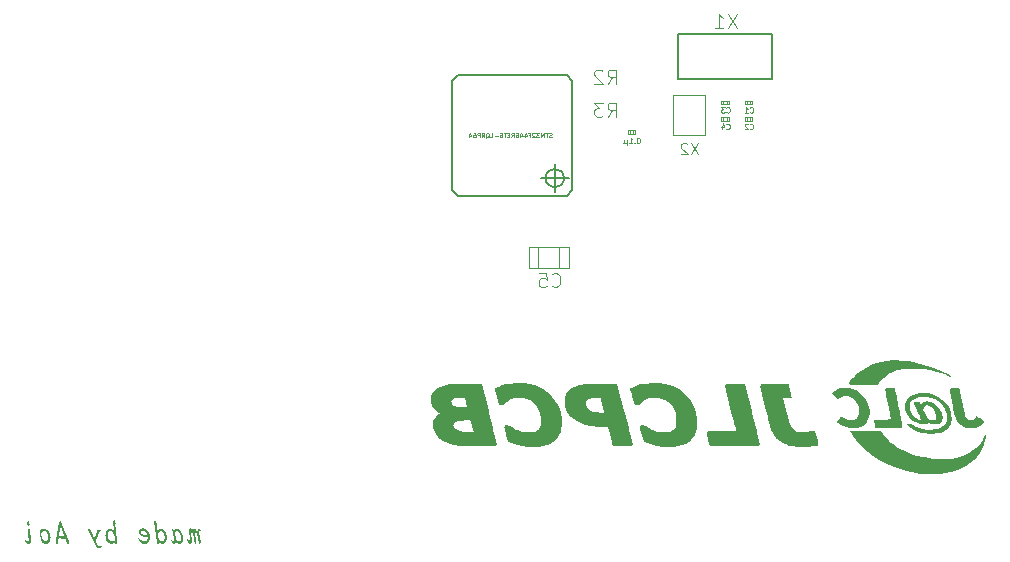
<source format=gbr>
%TF.GenerationSoftware,KiCad,Pcbnew,7.0.1*%
%TF.CreationDate,2023-09-15T11:15:50+09:00*%
%TF.ProjectId,_________,0a070658-9c5f-4cbd-9eef-2e6b69636164,rev?*%
%TF.SameCoordinates,Original*%
%TF.FileFunction,Legend,Bot*%
%TF.FilePolarity,Positive*%
%FSLAX46Y46*%
G04 Gerber Fmt 4.6, Leading zero omitted, Abs format (unit mm)*
G04 Created by KiCad (PCBNEW 7.0.1) date 2023-09-15 11:15:50*
%MOMM*%
%LPD*%
G01*
G04 APERTURE LIST*
%ADD10C,0.100000*%
%ADD11C,0.101600*%
%ADD12C,0.036800*%
%ADD13C,0.093472*%
%ADD14C,0.032512*%
%ADD15C,0.073600*%
%ADD16C,0.050000*%
%ADD17C,0.127000*%
G04 APERTURE END LIST*
D10*
G36*
X124999755Y-136310000D02*
G01*
X124981895Y-136321838D01*
X124966416Y-136335370D01*
X124953319Y-136350597D01*
X124942602Y-136367519D01*
X124934268Y-136386135D01*
X124928314Y-136406445D01*
X124924742Y-136428450D01*
X124923551Y-136452149D01*
X124926280Y-136476799D01*
X124929030Y-136501536D01*
X124931802Y-136526358D01*
X124934596Y-136551266D01*
X124937412Y-136576260D01*
X124940250Y-136601339D01*
X124943110Y-136626505D01*
X124945991Y-136651756D01*
X124948895Y-136677094D01*
X124951821Y-136702517D01*
X124954768Y-136728026D01*
X124957738Y-136753621D01*
X124960729Y-136779302D01*
X124963743Y-136805068D01*
X124966778Y-136830921D01*
X124969836Y-136856859D01*
X124972915Y-136882884D01*
X124976016Y-136908994D01*
X124979139Y-136935190D01*
X124982284Y-136961471D01*
X124985451Y-136987839D01*
X124988640Y-137014293D01*
X124991851Y-137040832D01*
X124995084Y-137067458D01*
X124998339Y-137094169D01*
X125001616Y-137120966D01*
X125004914Y-137147849D01*
X125008235Y-137174818D01*
X125011578Y-137201872D01*
X125014942Y-137229013D01*
X125018329Y-137256239D01*
X125021737Y-137283551D01*
X125021359Y-137303673D01*
X125019963Y-137326149D01*
X125017539Y-137347551D01*
X125014086Y-137367877D01*
X125010990Y-137381737D01*
X124992581Y-137390624D01*
X124972125Y-137392342D01*
X124951670Y-137385472D01*
X124945533Y-137381737D01*
X124924214Y-137356084D01*
X124904096Y-137331026D01*
X124885181Y-137306564D01*
X124867467Y-137282697D01*
X124850956Y-137259425D01*
X124835647Y-137236748D01*
X124821540Y-137214667D01*
X124808635Y-137193182D01*
X124796933Y-137172291D01*
X124786432Y-137151996D01*
X124777134Y-137132296D01*
X124769037Y-137113192D01*
X124762143Y-137094683D01*
X124754056Y-137068036D01*
X124748674Y-137042728D01*
X124729160Y-137035580D01*
X124722227Y-137054749D01*
X124726692Y-137064710D01*
X124730997Y-137097116D01*
X124735729Y-137128755D01*
X124740888Y-137159627D01*
X124746475Y-137189732D01*
X124752490Y-137219069D01*
X124758932Y-137247640D01*
X124765801Y-137275444D01*
X124773098Y-137302480D01*
X124780822Y-137328750D01*
X124788974Y-137354252D01*
X124797553Y-137378987D01*
X124806559Y-137402956D01*
X124815993Y-137426157D01*
X124825854Y-137448591D01*
X124836143Y-137470258D01*
X124846859Y-137491158D01*
X124859519Y-137514641D01*
X124872951Y-137535814D01*
X124887156Y-137554678D01*
X124902134Y-137571231D01*
X124917885Y-137585475D01*
X124934409Y-137597409D01*
X124951705Y-137607033D01*
X124975969Y-137616273D01*
X124995069Y-137620507D01*
X125014941Y-137622432D01*
X125021737Y-137622561D01*
X125041656Y-137616554D01*
X125060381Y-137609524D01*
X125086228Y-137597062D01*
X125109388Y-137582299D01*
X125129860Y-137565234D01*
X125147644Y-137545868D01*
X125162741Y-137524201D01*
X125175150Y-137500233D01*
X125184872Y-137473964D01*
X125191906Y-137445393D01*
X125195102Y-137425067D01*
X125197103Y-137403719D01*
X125191662Y-137361748D01*
X125186328Y-137320589D01*
X125181102Y-137280240D01*
X125175984Y-137240702D01*
X125170974Y-137201975D01*
X125166071Y-137164059D01*
X125161277Y-137126955D01*
X125156590Y-137090661D01*
X125152011Y-137055178D01*
X125147539Y-137020506D01*
X125143176Y-136986645D01*
X125138920Y-136953595D01*
X125134772Y-136921356D01*
X125130732Y-136889927D01*
X125126800Y-136859310D01*
X125122976Y-136829504D01*
X125119259Y-136800509D01*
X125115650Y-136772324D01*
X125112149Y-136744951D01*
X125108756Y-136718389D01*
X125105471Y-136692637D01*
X125102293Y-136667697D01*
X125099224Y-136643567D01*
X125096262Y-136620249D01*
X125093408Y-136597741D01*
X125090661Y-136576045D01*
X125088023Y-136555159D01*
X125085492Y-136535085D01*
X125080754Y-136497368D01*
X125076448Y-136462896D01*
X125095788Y-136467002D01*
X125115465Y-136479321D01*
X125130443Y-136493950D01*
X125145610Y-136513198D01*
X125160966Y-136537066D01*
X125171308Y-136555545D01*
X125181734Y-136576076D01*
X125192244Y-136598661D01*
X125202838Y-136623299D01*
X125213516Y-136649990D01*
X125224278Y-136678735D01*
X125235124Y-136709532D01*
X125240579Y-136725701D01*
X125252697Y-136755082D01*
X125264385Y-136785830D01*
X125275641Y-136817944D01*
X125286466Y-136851425D01*
X125296860Y-136886271D01*
X125306822Y-136922484D01*
X125316353Y-136960063D01*
X125320957Y-136979365D01*
X125325453Y-136999009D01*
X125329841Y-137018994D01*
X125334122Y-137039320D01*
X125338294Y-137059988D01*
X125342359Y-137080998D01*
X125346316Y-137102349D01*
X125350166Y-137124042D01*
X125353907Y-137146076D01*
X125357540Y-137168452D01*
X125361066Y-137191169D01*
X125364484Y-137214228D01*
X125367794Y-137237629D01*
X125370997Y-137261371D01*
X125374091Y-137285455D01*
X125377078Y-137309880D01*
X125379957Y-137334647D01*
X125382728Y-137359755D01*
X125386656Y-137383625D01*
X125390198Y-137405957D01*
X125393354Y-137426753D01*
X125396960Y-137452089D01*
X125399880Y-137474693D01*
X125402112Y-137494564D01*
X125403937Y-137515561D01*
X125404710Y-137535122D01*
X125406255Y-137558140D01*
X125410892Y-137578101D01*
X125420209Y-137597525D01*
X125433733Y-137612789D01*
X125448674Y-137622561D01*
X125469678Y-137617370D01*
X125488974Y-137607418D01*
X125506559Y-137592702D01*
X125522435Y-137573224D01*
X125533220Y-137555489D01*
X125543043Y-137535076D01*
X125551904Y-137511983D01*
X125559804Y-137486212D01*
X125566742Y-137457762D01*
X125568841Y-137447683D01*
X125563346Y-137425541D01*
X125557850Y-137403078D01*
X125552355Y-137380295D01*
X125546859Y-137357191D01*
X125541364Y-137333766D01*
X125535868Y-137310021D01*
X125530373Y-137285956D01*
X125524877Y-137261570D01*
X125520168Y-137233191D01*
X125515564Y-137205453D01*
X125511066Y-137178355D01*
X125506674Y-137151897D01*
X125502387Y-137126079D01*
X125498207Y-137100902D01*
X125494133Y-137076364D01*
X125490164Y-137052467D01*
X125486302Y-137029210D01*
X125482545Y-137006593D01*
X125478894Y-136984617D01*
X125475350Y-136963280D01*
X125471911Y-136942584D01*
X125468577Y-136922528D01*
X125465350Y-136903112D01*
X125459214Y-136866201D01*
X125453501Y-136831851D01*
X125448211Y-136800061D01*
X125443346Y-136770832D01*
X125438903Y-136744164D01*
X125434885Y-136720056D01*
X125431290Y-136698509D01*
X125426692Y-136670990D01*
X125424684Y-136645106D01*
X125422874Y-136620758D01*
X125421261Y-136597948D01*
X125419845Y-136576675D01*
X125418627Y-136556938D01*
X125417311Y-136533014D01*
X125416345Y-136511822D01*
X125415632Y-136489175D01*
X125415457Y-136474131D01*
X125435072Y-136467882D01*
X125454005Y-136478308D01*
X125466034Y-136497275D01*
X125470167Y-136506859D01*
X125481055Y-136526315D01*
X125491859Y-136546457D01*
X125502579Y-136567286D01*
X125513215Y-136588803D01*
X125523767Y-136611006D01*
X125534235Y-136633896D01*
X125544619Y-136657473D01*
X125554919Y-136681737D01*
X125565135Y-136706688D01*
X125575268Y-136732326D01*
X125585316Y-136758651D01*
X125595280Y-136785662D01*
X125605161Y-136813361D01*
X125614957Y-136841747D01*
X125624670Y-136870819D01*
X125634298Y-136900579D01*
X125642568Y-136928917D01*
X125651014Y-136959220D01*
X125659635Y-136991489D01*
X125668431Y-137025723D01*
X125677403Y-137061922D01*
X125686551Y-137100087D01*
X125691191Y-137119906D01*
X125695874Y-137140217D01*
X125700602Y-137161019D01*
X125705373Y-137182313D01*
X125710188Y-137204098D01*
X125715047Y-137226374D01*
X125719950Y-137249141D01*
X125724897Y-137272400D01*
X125729888Y-137296151D01*
X125734922Y-137320392D01*
X125740001Y-137345125D01*
X125745123Y-137370349D01*
X125750290Y-137396065D01*
X125755500Y-137422272D01*
X125760754Y-137448970D01*
X125766052Y-137476160D01*
X125771394Y-137503841D01*
X125776780Y-137532013D01*
X125782209Y-137560677D01*
X125787683Y-137589832D01*
X125800334Y-137607257D01*
X125816048Y-137619773D01*
X125835267Y-137623772D01*
X125855829Y-137616781D01*
X125863886Y-137611325D01*
X125880794Y-137598347D01*
X125894146Y-137583590D01*
X125904812Y-137565110D01*
X125907850Y-137557103D01*
X125917467Y-137538480D01*
X125923628Y-137518879D01*
X125927235Y-137499621D01*
X125929295Y-137478098D01*
X125929832Y-137458429D01*
X125928496Y-137433430D01*
X125925504Y-137406888D01*
X125922138Y-137383164D01*
X125917811Y-137356169D01*
X125914391Y-137336355D01*
X125910544Y-137315087D01*
X125906270Y-137292365D01*
X125901569Y-137268189D01*
X125896439Y-137242558D01*
X125890883Y-137215474D01*
X125884899Y-137186936D01*
X125878488Y-137156944D01*
X125875122Y-137141402D01*
X125871073Y-137118352D01*
X125867107Y-137095729D01*
X125863226Y-137073533D01*
X125859429Y-137051765D01*
X125855716Y-137030424D01*
X125852086Y-137009511D01*
X125848541Y-136989025D01*
X125845080Y-136968967D01*
X125841702Y-136949336D01*
X125836794Y-136920691D01*
X125832074Y-136893007D01*
X125827543Y-136866285D01*
X125823201Y-136840525D01*
X125820411Y-136823886D01*
X125816483Y-136799911D01*
X125812941Y-136777078D01*
X125809785Y-136755386D01*
X125807016Y-136734837D01*
X125804633Y-136715430D01*
X125802057Y-136691330D01*
X125800168Y-136669260D01*
X125798966Y-136649221D01*
X125798429Y-136627027D01*
X125798692Y-136604537D01*
X125799479Y-136584694D01*
X125801116Y-136564378D01*
X125804474Y-136543221D01*
X125809176Y-136528841D01*
X125819440Y-136511477D01*
X125838119Y-136504203D01*
X125853140Y-136506859D01*
X125876158Y-136507632D01*
X125896119Y-136509950D01*
X125915543Y-136514609D01*
X125934404Y-136523689D01*
X125940579Y-136528841D01*
X125957065Y-136517728D01*
X125962561Y-136506859D01*
X125954163Y-136486984D01*
X125945334Y-136468391D01*
X125936074Y-136451080D01*
X125921375Y-136427518D01*
X125905705Y-136406842D01*
X125889066Y-136389050D01*
X125871456Y-136374144D01*
X125852876Y-136362122D01*
X125833326Y-136352986D01*
X125812805Y-136346735D01*
X125791314Y-136343369D01*
X125776448Y-136342728D01*
X125756791Y-136344338D01*
X125735313Y-136350520D01*
X125716136Y-136361340D01*
X125699261Y-136376796D01*
X125686955Y-136393218D01*
X125678262Y-136408674D01*
X125670791Y-136426917D01*
X125664867Y-136449042D01*
X125661110Y-136470445D01*
X125658427Y-136494542D01*
X125657053Y-136515761D01*
X125656366Y-136538704D01*
X125656280Y-136550823D01*
X125656791Y-136573881D01*
X125658326Y-136599336D01*
X125660147Y-136619999D01*
X125662544Y-136642011D01*
X125665517Y-136665371D01*
X125669065Y-136690080D01*
X125673188Y-136716136D01*
X125677886Y-136743540D01*
X125683160Y-136772293D01*
X125686995Y-136792210D01*
X125689009Y-136802393D01*
X125680178Y-136779418D01*
X125671454Y-136757021D01*
X125662836Y-136735202D01*
X125654326Y-136713962D01*
X125645923Y-136693300D01*
X125637626Y-136673215D01*
X125629436Y-136653709D01*
X125621353Y-136634781D01*
X125613377Y-136616432D01*
X125597746Y-136581467D01*
X125582542Y-136548815D01*
X125567765Y-136518475D01*
X125553416Y-136490448D01*
X125539494Y-136464734D01*
X125525999Y-136441333D01*
X125512932Y-136420244D01*
X125500293Y-136401467D01*
X125488081Y-136385004D01*
X125470564Y-136364645D01*
X125459420Y-136353963D01*
X125440210Y-136345912D01*
X125421046Y-136340994D01*
X125399201Y-136339208D01*
X125377418Y-136341513D01*
X125371981Y-136342728D01*
X125349887Y-136350659D01*
X125331538Y-136360712D01*
X125314462Y-136375579D01*
X125302779Y-136393502D01*
X125296487Y-136414482D01*
X125295289Y-136430167D01*
X125290481Y-136450363D01*
X125287046Y-136472604D01*
X125284985Y-136496891D01*
X125284341Y-136516449D01*
X125284470Y-136537157D01*
X125285372Y-136559016D01*
X125287046Y-136582025D01*
X125289493Y-136606185D01*
X125292713Y-136631496D01*
X125295289Y-136649009D01*
X125286458Y-136630813D01*
X125277734Y-136613109D01*
X125260607Y-136579170D01*
X125243907Y-136547194D01*
X125227634Y-136517178D01*
X125211789Y-136489125D01*
X125196371Y-136463033D01*
X125181380Y-136438902D01*
X125166817Y-136416734D01*
X125152682Y-136396526D01*
X125138974Y-136378281D01*
X125125693Y-136361997D01*
X125106573Y-136341248D01*
X125088415Y-136324914D01*
X125071219Y-136312992D01*
X125065701Y-136310000D01*
X125047252Y-136301112D01*
X125026663Y-136299395D01*
X125005979Y-136306264D01*
X124999755Y-136310000D01*
G37*
G36*
X123579239Y-136342728D02*
G01*
X123699406Y-136408674D01*
X123715789Y-136401007D01*
X123734711Y-136393456D01*
X123754117Y-136386692D01*
X123768643Y-136377263D01*
X123788151Y-136368058D01*
X123809927Y-136361155D01*
X123829805Y-136357159D01*
X123851258Y-136354762D01*
X123874284Y-136353963D01*
X123900166Y-136354902D01*
X123925789Y-136357718D01*
X123951152Y-136362412D01*
X123976256Y-136368984D01*
X124001100Y-136377433D01*
X124025684Y-136387760D01*
X124050009Y-136399965D01*
X124074075Y-136414047D01*
X124097881Y-136430007D01*
X124121427Y-136447844D01*
X124144714Y-136467559D01*
X124167742Y-136489152D01*
X124190510Y-136512622D01*
X124213019Y-136537970D01*
X124235268Y-136565195D01*
X124257257Y-136594298D01*
X124278434Y-136623254D01*
X124298244Y-136652726D01*
X124316688Y-136682712D01*
X124333766Y-136713214D01*
X124349478Y-136744231D01*
X124363823Y-136775763D01*
X124376802Y-136807810D01*
X124388415Y-136840373D01*
X124398662Y-136873451D01*
X124407543Y-136907044D01*
X124415057Y-136941152D01*
X124421205Y-136975775D01*
X124425987Y-137010914D01*
X124429402Y-137046567D01*
X124431452Y-137082736D01*
X124432135Y-137119420D01*
X124431791Y-137144318D01*
X124430761Y-137169918D01*
X124429537Y-137189578D01*
X124427927Y-137209634D01*
X124425931Y-137230084D01*
X124423548Y-137250930D01*
X124420779Y-137272170D01*
X124417623Y-137293806D01*
X124414081Y-137315836D01*
X124410153Y-137338262D01*
X124408713Y-137345783D01*
X124403230Y-137368479D01*
X124396005Y-137391373D01*
X124387036Y-137414464D01*
X124376324Y-137437752D01*
X124363869Y-137461238D01*
X124349671Y-137484922D01*
X124333730Y-137508803D01*
X124322134Y-137524833D01*
X124309763Y-137540951D01*
X124296618Y-137557157D01*
X124282698Y-137573451D01*
X124268004Y-137589832D01*
X124259811Y-137595787D01*
X124235100Y-137611478D01*
X124210191Y-137623906D01*
X124185085Y-137633071D01*
X124159782Y-137638973D01*
X124134281Y-137641612D01*
X124108582Y-137640988D01*
X124082686Y-137637101D01*
X124056593Y-137629951D01*
X124030302Y-137619538D01*
X124012665Y-137610783D01*
X123994940Y-137600579D01*
X123984125Y-137594915D01*
X123966043Y-137584196D01*
X123949036Y-137572449D01*
X123933104Y-137559673D01*
X123918248Y-137545868D01*
X123904914Y-137534992D01*
X123889212Y-137521375D01*
X123874584Y-137507734D01*
X123858447Y-137491333D01*
X123843855Y-137474899D01*
X123830809Y-137458429D01*
X123830756Y-137461209D01*
X123827390Y-137482426D01*
X123820337Y-137503069D01*
X123811521Y-137522002D01*
X123800034Y-137542510D01*
X123788921Y-137560050D01*
X123776099Y-137578597D01*
X123766327Y-137593538D01*
X123751063Y-137607062D01*
X123731639Y-137616378D01*
X123711678Y-137621015D01*
X123688660Y-137622561D01*
X123668064Y-137620962D01*
X123647491Y-137616168D01*
X123626943Y-137608178D01*
X123606419Y-137596991D01*
X123590016Y-137585741D01*
X123573629Y-137572445D01*
X123557257Y-137557103D01*
X123543169Y-137540046D01*
X123529665Y-137521847D01*
X123516745Y-137502505D01*
X123504409Y-137482022D01*
X123492657Y-137460396D01*
X123481488Y-137437629D01*
X123470904Y-137413719D01*
X123460903Y-137388668D01*
X123451486Y-137362474D01*
X123442654Y-137335138D01*
X123437090Y-137316280D01*
X123428846Y-137300587D01*
X123426786Y-137279567D01*
X123437090Y-137261570D01*
X123447836Y-137261570D01*
X123450615Y-137267653D01*
X123459331Y-137285269D01*
X123471833Y-137307274D01*
X123485343Y-137327584D01*
X123499860Y-137346200D01*
X123515385Y-137363121D01*
X123531917Y-137378348D01*
X123549456Y-137391881D01*
X123568004Y-137403719D01*
X123583796Y-137413336D01*
X123601582Y-137421493D01*
X123622836Y-137425701D01*
X123641918Y-137420205D01*
X123655443Y-137403719D01*
X123659820Y-137388863D01*
X123663869Y-137368182D01*
X123665976Y-137348306D01*
X123666678Y-137327027D01*
X123666506Y-137306255D01*
X123665991Y-137284971D01*
X123665132Y-137263176D01*
X123663930Y-137240870D01*
X123662384Y-137218052D01*
X123660495Y-137194723D01*
X123658263Y-137170883D01*
X123655687Y-137146531D01*
X123652767Y-137121668D01*
X123649504Y-137096294D01*
X123645898Y-137070408D01*
X123641948Y-137044010D01*
X123637655Y-137017102D01*
X123633018Y-136989682D01*
X123628038Y-136961750D01*
X123622714Y-136933307D01*
X123617150Y-136904353D01*
X123611326Y-136874887D01*
X123605243Y-136844910D01*
X123598900Y-136814422D01*
X123592298Y-136783422D01*
X123585437Y-136751911D01*
X123578315Y-136719889D01*
X123570935Y-136687355D01*
X123563294Y-136654309D01*
X123555395Y-136620753D01*
X123554324Y-136616280D01*
X123754117Y-136616280D01*
X123754170Y-136622663D01*
X123754972Y-136644765D01*
X123756735Y-136671298D01*
X123758444Y-136691448D01*
X123760582Y-136713567D01*
X123763146Y-136737655D01*
X123766138Y-136763713D01*
X123769557Y-136791740D01*
X123773404Y-136821736D01*
X123777679Y-136853701D01*
X123782380Y-136887636D01*
X123787509Y-136923539D01*
X123793066Y-136961412D01*
X123796004Y-136981087D01*
X123799050Y-137001254D01*
X123802202Y-137021914D01*
X123805461Y-137043066D01*
X123808827Y-137064710D01*
X123813068Y-137085567D01*
X123817608Y-137105762D01*
X123822448Y-137125295D01*
X123827588Y-137144165D01*
X123838766Y-137179920D01*
X123851142Y-137213026D01*
X123864717Y-137243484D01*
X123879490Y-137271294D01*
X123895461Y-137296454D01*
X123912630Y-137318967D01*
X123930998Y-137338831D01*
X123950564Y-137356046D01*
X123971329Y-137370613D01*
X123993292Y-137382531D01*
X124016453Y-137391801D01*
X124040812Y-137398422D01*
X124066370Y-137402395D01*
X124093126Y-137403719D01*
X124111612Y-137403032D01*
X124132788Y-137400241D01*
X124151817Y-137395304D01*
X124171818Y-137386546D01*
X124188728Y-137374696D01*
X124202547Y-137359755D01*
X124203909Y-137358379D01*
X124216332Y-137341054D01*
X124224689Y-137322522D01*
X124230850Y-137302900D01*
X124235275Y-137283551D01*
X124237283Y-137271285D01*
X124240191Y-137251281D01*
X124242955Y-137228000D01*
X124244930Y-137205508D01*
X124246115Y-137183807D01*
X124246510Y-137162896D01*
X124247513Y-137135827D01*
X124247833Y-137109271D01*
X124247471Y-137083227D01*
X124246426Y-137057696D01*
X124244700Y-137032676D01*
X124242291Y-137008170D01*
X124239201Y-136984175D01*
X124235428Y-136960693D01*
X124230973Y-136937723D01*
X124225836Y-136915266D01*
X124220016Y-136893321D01*
X124213515Y-136871888D01*
X124206331Y-136850967D01*
X124198465Y-136830559D01*
X124189917Y-136810663D01*
X124180687Y-136791280D01*
X124170775Y-136772409D01*
X124160180Y-136754050D01*
X124148903Y-136736204D01*
X124136945Y-136718870D01*
X124124304Y-136702048D01*
X124110980Y-136685738D01*
X124096975Y-136669941D01*
X124082288Y-136654657D01*
X124066918Y-136639884D01*
X124050866Y-136625624D01*
X124034132Y-136611877D01*
X124016716Y-136598641D01*
X123998618Y-136585918D01*
X123979837Y-136573707D01*
X123960375Y-136562009D01*
X123940230Y-136550823D01*
X123935479Y-136550143D01*
X123913016Y-136547400D01*
X123892699Y-136545754D01*
X123871152Y-136545227D01*
X123849921Y-136546610D01*
X123830809Y-136550823D01*
X123815185Y-136559005D01*
X123794984Y-136571278D01*
X123778663Y-136583551D01*
X123764528Y-136597870D01*
X123754117Y-136616280D01*
X123554324Y-136616280D01*
X123547235Y-136586685D01*
X123538817Y-136552105D01*
X123530138Y-136517014D01*
X123521201Y-136481412D01*
X123512003Y-136445299D01*
X123502547Y-136408674D01*
X123502547Y-136375457D01*
X123508553Y-136362977D01*
X123521526Y-136346905D01*
X123540188Y-136337525D01*
X123559873Y-136337181D01*
X123579239Y-136342728D01*
G37*
G36*
X122054660Y-135651757D02*
G01*
X122070795Y-135664710D01*
X122081597Y-135677157D01*
X122097321Y-135696478D01*
X122112469Y-135716581D01*
X122127042Y-135737465D01*
X122141040Y-135759131D01*
X122154462Y-135781578D01*
X122167309Y-135804806D01*
X122179581Y-135828816D01*
X122191277Y-135853607D01*
X122202399Y-135879179D01*
X122212944Y-135905533D01*
X122180216Y-135938262D01*
X122184349Y-135972397D01*
X122188566Y-136006535D01*
X122192867Y-136040678D01*
X122197252Y-136074824D01*
X122201721Y-136108974D01*
X122206273Y-136143128D01*
X122210910Y-136177286D01*
X122215631Y-136211448D01*
X122220436Y-136245613D01*
X122225324Y-136279782D01*
X122230297Y-136313955D01*
X122235354Y-136348132D01*
X122240494Y-136382313D01*
X122245719Y-136416497D01*
X122251027Y-136450685D01*
X122256420Y-136484877D01*
X122268966Y-136467664D01*
X122281935Y-136451561D01*
X122295329Y-136436569D01*
X122309146Y-136422687D01*
X122330665Y-136403947D01*
X122353138Y-136387705D01*
X122376564Y-136373962D01*
X122400943Y-136362718D01*
X122426275Y-136353972D01*
X122452560Y-136347725D01*
X122479798Y-136343977D01*
X122507990Y-136342728D01*
X122529867Y-136343369D01*
X122551656Y-136345293D01*
X122573357Y-136348498D01*
X122594971Y-136352986D01*
X122616497Y-136358756D01*
X122637935Y-136365809D01*
X122659285Y-136374144D01*
X122680547Y-136383761D01*
X122701722Y-136394660D01*
X122722809Y-136406842D01*
X122743808Y-136420306D01*
X122764719Y-136435052D01*
X122785543Y-136451080D01*
X122806279Y-136468391D01*
X122826927Y-136486984D01*
X122847487Y-136506859D01*
X122872627Y-136533367D01*
X122896145Y-136560990D01*
X122918041Y-136589726D01*
X122938315Y-136619577D01*
X122956967Y-136650543D01*
X122973997Y-136682622D01*
X122989406Y-136715817D01*
X123003192Y-136750125D01*
X123015357Y-136785548D01*
X123025899Y-136822085D01*
X123034820Y-136859737D01*
X123038672Y-136878980D01*
X123042118Y-136898503D01*
X123045159Y-136918303D01*
X123047795Y-136938383D01*
X123050025Y-136958741D01*
X123051850Y-136979378D01*
X123053269Y-137000293D01*
X123054283Y-137021487D01*
X123054891Y-137042959D01*
X123055094Y-137064710D01*
X123054538Y-137102354D01*
X123052873Y-137138715D01*
X123050096Y-137173795D01*
X123046209Y-137207592D01*
X123041212Y-137240107D01*
X123035104Y-137271339D01*
X123027885Y-137301290D01*
X123019556Y-137329958D01*
X123010117Y-137357343D01*
X122999567Y-137383447D01*
X122987906Y-137408268D01*
X122975135Y-137431807D01*
X122961253Y-137454064D01*
X122946261Y-137475038D01*
X122930158Y-137494730D01*
X122912944Y-137513140D01*
X122899225Y-137526390D01*
X122878488Y-137544662D01*
X122857562Y-137561011D01*
X122836448Y-137575437D01*
X122815144Y-137587939D01*
X122793652Y-137598518D01*
X122771970Y-137607173D01*
X122750100Y-137613905D01*
X122728041Y-137618714D01*
X122705793Y-137621599D01*
X122683356Y-137622561D01*
X122657774Y-137621578D01*
X122633050Y-137618630D01*
X122609185Y-137613716D01*
X122586178Y-137606837D01*
X122564030Y-137597993D01*
X122542741Y-137587184D01*
X122522310Y-137574408D01*
X122502739Y-137559668D01*
X122484025Y-137542962D01*
X122466171Y-137524291D01*
X122449175Y-137503654D01*
X122433038Y-137481052D01*
X122417759Y-137456485D01*
X122403339Y-137429952D01*
X122389778Y-137401454D01*
X122377076Y-137370990D01*
X122377737Y-137379757D01*
X122379594Y-137404650D01*
X122381263Y-137427431D01*
X122382743Y-137448099D01*
X122384422Y-137472370D01*
X122385765Y-137492887D01*
X122386972Y-137513251D01*
X122387822Y-137535122D01*
X122387143Y-137553501D01*
X122384383Y-137574586D01*
X122379501Y-137593572D01*
X122370840Y-137613585D01*
X122359122Y-137630575D01*
X122344347Y-137644542D01*
X122328256Y-137654892D01*
X122308029Y-137662708D01*
X122286953Y-137663326D01*
X122267655Y-137655289D01*
X122254656Y-137646893D01*
X122240319Y-137628241D01*
X122230378Y-137606794D01*
X122223813Y-137586901D01*
X122218013Y-137563746D01*
X122212977Y-137537327D01*
X122210044Y-137517903D01*
X122207451Y-137497027D01*
X122205197Y-137474702D01*
X122203283Y-137450927D01*
X122201709Y-137425701D01*
X122198234Y-137391155D01*
X122194586Y-137355905D01*
X122190765Y-137319950D01*
X122186772Y-137283292D01*
X122182606Y-137245930D01*
X122178268Y-137207863D01*
X122173756Y-137169092D01*
X122169072Y-137129617D01*
X122164216Y-137089439D01*
X122159186Y-137048556D01*
X122153984Y-137006968D01*
X122148609Y-136964677D01*
X122143062Y-136921682D01*
X122137342Y-136877982D01*
X122133080Y-136845868D01*
X122311130Y-136845868D01*
X122311258Y-136866192D01*
X122311643Y-136886132D01*
X122313183Y-136924858D01*
X122315750Y-136962046D01*
X122319343Y-136997696D01*
X122323962Y-137031808D01*
X122329608Y-137064382D01*
X122336281Y-137095418D01*
X122343981Y-137124916D01*
X122352707Y-137152876D01*
X122362459Y-137179298D01*
X122373238Y-137204182D01*
X122385044Y-137227528D01*
X122397876Y-137249337D01*
X122411735Y-137269607D01*
X122426621Y-137288339D01*
X122442533Y-137305533D01*
X122454909Y-137317423D01*
X122473631Y-137333819D01*
X122492541Y-137348490D01*
X122511641Y-137361434D01*
X122530929Y-137372652D01*
X122550407Y-137382145D01*
X122570073Y-137389912D01*
X122589928Y-137395952D01*
X122609973Y-137400267D01*
X122630206Y-137402856D01*
X122650628Y-137403719D01*
X122660069Y-137403505D01*
X122682938Y-137401101D01*
X122704758Y-137396025D01*
X122725528Y-137388278D01*
X122745249Y-137377860D01*
X122763920Y-137364770D01*
X122781542Y-137349009D01*
X122797168Y-137331652D01*
X122811257Y-137312372D01*
X122823810Y-137291169D01*
X122834825Y-137268042D01*
X122844303Y-137242992D01*
X122852244Y-137216018D01*
X122856685Y-137196967D01*
X122860442Y-137177062D01*
X122863516Y-137156301D01*
X122865907Y-137134685D01*
X122867614Y-137112215D01*
X122868639Y-137088890D01*
X122868981Y-137064710D01*
X122868340Y-137029642D01*
X122866416Y-136995513D01*
X122863210Y-136962323D01*
X122858722Y-136930071D01*
X122852952Y-136898758D01*
X122845900Y-136868384D01*
X122837565Y-136838949D01*
X122827948Y-136810453D01*
X122817049Y-136782896D01*
X122804867Y-136756277D01*
X122791403Y-136730597D01*
X122776657Y-136705856D01*
X122760628Y-136682054D01*
X122743318Y-136659190D01*
X122724725Y-136637266D01*
X122704849Y-136616280D01*
X122700715Y-136612253D01*
X122683321Y-136597423D01*
X122664552Y-136584638D01*
X122644410Y-136573899D01*
X122622894Y-136565206D01*
X122600003Y-136558558D01*
X122575739Y-136553955D01*
X122550102Y-136551398D01*
X122529972Y-136550823D01*
X122525189Y-136550887D01*
X122501607Y-136553124D01*
X122478573Y-136558558D01*
X122456088Y-136567187D01*
X122438495Y-136576392D01*
X122421253Y-136587643D01*
X122404362Y-136600939D01*
X122387822Y-136616280D01*
X122378535Y-136626164D01*
X122365728Y-136642107D01*
X122354269Y-136659389D01*
X122344159Y-136678011D01*
X122335396Y-136697972D01*
X122327981Y-136719272D01*
X122321915Y-136741912D01*
X122317196Y-136765892D01*
X122313826Y-136791211D01*
X122311804Y-136817870D01*
X122311130Y-136845868D01*
X122133080Y-136845868D01*
X122131449Y-136833579D01*
X122125383Y-136788471D01*
X122119145Y-136742659D01*
X122112734Y-136696144D01*
X122106151Y-136648924D01*
X122099394Y-136601000D01*
X122092465Y-136552371D01*
X122085364Y-136503039D01*
X122078089Y-136453003D01*
X122070642Y-136402262D01*
X122063023Y-136350818D01*
X122055230Y-136298669D01*
X122047265Y-136245816D01*
X122039127Y-136192259D01*
X122030817Y-136137998D01*
X122022334Y-136083033D01*
X122013678Y-136027364D01*
X122004849Y-135970990D01*
X122002161Y-135957313D01*
X121998121Y-135936796D01*
X121994072Y-135916280D01*
X121990015Y-135895764D01*
X121985949Y-135875247D01*
X121981875Y-135854731D01*
X121977792Y-135834214D01*
X121973700Y-135813698D01*
X121969600Y-135793182D01*
X121965492Y-135772665D01*
X121961374Y-135752149D01*
X121966896Y-135733890D01*
X121975509Y-135709700D01*
X121984516Y-135689348D01*
X121997141Y-135668183D01*
X122013908Y-135651322D01*
X122035478Y-135645162D01*
X122054660Y-135651757D01*
G37*
G36*
X121047496Y-136310768D02*
G01*
X121073376Y-136313075D01*
X121099168Y-136316920D01*
X121124873Y-136322303D01*
X121150490Y-136329224D01*
X121176019Y-136337683D01*
X121201460Y-136347680D01*
X121226814Y-136359214D01*
X121252080Y-136372287D01*
X121277258Y-136386898D01*
X121302348Y-136403046D01*
X121327350Y-136420733D01*
X121352265Y-136439958D01*
X121377092Y-136460720D01*
X121401831Y-136483021D01*
X121426482Y-136506859D01*
X121438594Y-136519313D01*
X121461663Y-136545119D01*
X121483195Y-136572123D01*
X121503188Y-136600325D01*
X121521644Y-136629726D01*
X121538562Y-136660325D01*
X121553941Y-136692122D01*
X121567783Y-136725118D01*
X121580087Y-136759312D01*
X121590853Y-136794704D01*
X121600080Y-136831295D01*
X121607770Y-136869084D01*
X121611038Y-136888428D01*
X121613922Y-136908071D01*
X121616421Y-136928014D01*
X121618536Y-136948257D01*
X121620266Y-136968799D01*
X121621612Y-136989641D01*
X121622573Y-137010782D01*
X121623150Y-137032223D01*
X121623342Y-137053963D01*
X121622659Y-137090374D01*
X121620610Y-137125847D01*
X121617194Y-137160381D01*
X121612412Y-137193975D01*
X121606264Y-137226631D01*
X121598750Y-137258349D01*
X121589869Y-137289127D01*
X121579623Y-137318967D01*
X121568010Y-137347867D01*
X121555030Y-137375829D01*
X121540685Y-137402853D01*
X121524973Y-137428937D01*
X121507895Y-137454083D01*
X121489451Y-137478289D01*
X121469641Y-137501557D01*
X121448464Y-137523886D01*
X121434615Y-137537137D01*
X121413197Y-137555409D01*
X121391006Y-137571758D01*
X121368043Y-137586184D01*
X121344306Y-137598686D01*
X121319797Y-137609265D01*
X121294515Y-137617920D01*
X121268460Y-137624652D01*
X121241633Y-137629460D01*
X121214032Y-137632346D01*
X121185659Y-137633307D01*
X121162607Y-137632837D01*
X121139917Y-137631428D01*
X121117590Y-137629078D01*
X121095625Y-137625789D01*
X121074023Y-137621560D01*
X121052783Y-137616392D01*
X121031906Y-137610283D01*
X121011392Y-137603235D01*
X120991240Y-137595247D01*
X120971450Y-137586319D01*
X120952023Y-137576452D01*
X120932959Y-137565644D01*
X120914257Y-137553897D01*
X120895918Y-137541211D01*
X120877942Y-137527584D01*
X120860327Y-137513018D01*
X120843076Y-137497512D01*
X120826187Y-137481066D01*
X120809660Y-137463680D01*
X120793497Y-137445355D01*
X120777695Y-137426090D01*
X120762256Y-137405885D01*
X120747180Y-137384740D01*
X120732466Y-137362656D01*
X120718115Y-137339631D01*
X120704127Y-137315668D01*
X120690500Y-137290764D01*
X120677237Y-137264920D01*
X120664336Y-137238137D01*
X120651798Y-137210414D01*
X120639622Y-137181751D01*
X120627808Y-137152149D01*
X120627190Y-137146801D01*
X120625685Y-137123584D01*
X120627373Y-137103468D01*
X120642188Y-137088585D01*
X120660537Y-137097438D01*
X120677090Y-137117613D01*
X120693899Y-137137105D01*
X120710963Y-137155914D01*
X120728284Y-137174039D01*
X120745860Y-137191481D01*
X120763691Y-137208241D01*
X120781779Y-137224317D01*
X120800122Y-137239710D01*
X120818720Y-137254420D01*
X120837575Y-137268447D01*
X120856685Y-137281790D01*
X120876051Y-137294451D01*
X120895672Y-137306428D01*
X120915549Y-137317723D01*
X120935682Y-137328334D01*
X120956071Y-137338262D01*
X120978413Y-137348039D01*
X121000378Y-137356855D01*
X121021965Y-137364709D01*
X121043174Y-137371601D01*
X121064005Y-137377532D01*
X121084458Y-137382500D01*
X121104534Y-137386507D01*
X121124232Y-137389553D01*
X121149908Y-137392117D01*
X121174912Y-137392972D01*
X121182359Y-137392919D01*
X121203931Y-137392117D01*
X121224353Y-137390354D01*
X121249793Y-137386507D01*
X121273187Y-137380951D01*
X121294535Y-137373685D01*
X121313838Y-137364709D01*
X121331095Y-137354023D01*
X121349790Y-137338262D01*
X121360378Y-137326775D01*
X121374980Y-137307455D01*
X121388045Y-137285628D01*
X121399572Y-137261293D01*
X121409563Y-137234451D01*
X121415369Y-137215163D01*
X121420493Y-137194762D01*
X121424933Y-137173245D01*
X121428690Y-137150615D01*
X121431764Y-137126870D01*
X121434155Y-137102010D01*
X121435863Y-137076037D01*
X121436888Y-137048949D01*
X121437229Y-137020746D01*
X121408797Y-137022608D01*
X121380899Y-137024042D01*
X121353533Y-137025047D01*
X121326702Y-137025623D01*
X121300403Y-137025772D01*
X121274638Y-137025492D01*
X121249406Y-137024783D01*
X121224707Y-137023647D01*
X121200542Y-137022081D01*
X121176910Y-137020088D01*
X121153812Y-137017666D01*
X121131246Y-137014816D01*
X121109214Y-137011537D01*
X121087716Y-137007830D01*
X121066750Y-137003695D01*
X121046318Y-136999131D01*
X121026420Y-136994139D01*
X121007054Y-136988718D01*
X120969924Y-136976592D01*
X120934926Y-136962752D01*
X120902062Y-136947199D01*
X120871332Y-136929932D01*
X120842734Y-136910951D01*
X120816270Y-136890258D01*
X120791939Y-136867850D01*
X120786560Y-136862310D01*
X120771446Y-136844792D01*
X120757869Y-136825926D01*
X120745829Y-136805711D01*
X120735326Y-136784149D01*
X120726360Y-136761238D01*
X120718931Y-136736979D01*
X120713040Y-136711373D01*
X120708685Y-136684418D01*
X120707348Y-136670990D01*
X120879378Y-136670990D01*
X120880529Y-136694386D01*
X120883981Y-136715481D01*
X120889734Y-136734274D01*
X120899354Y-136753291D01*
X120912107Y-136769176D01*
X120917922Y-136774596D01*
X120939203Y-136789952D01*
X120956586Y-136799435D01*
X120976526Y-136808316D01*
X120999023Y-136816594D01*
X121024077Y-136824268D01*
X121051688Y-136831340D01*
X121081856Y-136837808D01*
X121114580Y-136843674D01*
X121149862Y-136848937D01*
X121187701Y-136853596D01*
X121207579Y-136855700D01*
X121228096Y-136857653D01*
X121249253Y-136859455D01*
X121271049Y-136861107D01*
X121293484Y-136862608D01*
X121316558Y-136863958D01*
X121340271Y-136865157D01*
X121364624Y-136866205D01*
X121389616Y-136867103D01*
X121415247Y-136867850D01*
X121405634Y-136841050D01*
X121395845Y-136815361D01*
X121385881Y-136790782D01*
X121375741Y-136767314D01*
X121365426Y-136744956D01*
X121354935Y-136723709D01*
X121344268Y-136703572D01*
X121333426Y-136684546D01*
X121322408Y-136666630D01*
X121311215Y-136649825D01*
X121294096Y-136626700D01*
X121276582Y-136606073D01*
X121258673Y-136587945D01*
X121240369Y-136572316D01*
X121222148Y-136558698D01*
X121204305Y-136546419D01*
X121186840Y-136535480D01*
X121169753Y-136525880D01*
X121147557Y-136515163D01*
X121126033Y-136506829D01*
X121105181Y-136500875D01*
X121085000Y-136497303D01*
X121065491Y-136496113D01*
X121043968Y-136497135D01*
X121023115Y-136500204D01*
X121002935Y-136505317D01*
X120983426Y-136512477D01*
X120964589Y-136521682D01*
X120946423Y-136532932D01*
X120928929Y-136546228D01*
X120912107Y-136561570D01*
X120906258Y-136568093D01*
X120894848Y-136586318D01*
X120887561Y-136605289D01*
X120882575Y-136627351D01*
X120880177Y-136648097D01*
X120879378Y-136670990D01*
X120707348Y-136670990D01*
X120705867Y-136656115D01*
X120704842Y-136636497D01*
X120704501Y-136616280D01*
X120704842Y-136600026D01*
X120706635Y-136576290D01*
X120709965Y-136553326D01*
X120714833Y-136531136D01*
X120721237Y-136509718D01*
X120729178Y-136489072D01*
X120738656Y-136469200D01*
X120749672Y-136450100D01*
X120762224Y-136431774D01*
X120776313Y-136414220D01*
X120791939Y-136397438D01*
X120803083Y-136386850D01*
X120820600Y-136372249D01*
X120839078Y-136359184D01*
X120858519Y-136347656D01*
X120878920Y-136337666D01*
X120900284Y-136329212D01*
X120922609Y-136322296D01*
X120945896Y-136316916D01*
X120970145Y-136313074D01*
X120995356Y-136310768D01*
X121021528Y-136310000D01*
X121047496Y-136310768D01*
G37*
G36*
X118610877Y-135612056D02*
G01*
X118628436Y-135620746D01*
X118633146Y-135628340D01*
X118646640Y-135651757D01*
X118659181Y-135676128D01*
X118670769Y-135701451D01*
X118681403Y-135727728D01*
X118691085Y-135754958D01*
X118697009Y-135773640D01*
X118702511Y-135792747D01*
X118707588Y-135812276D01*
X118712242Y-135832230D01*
X118716473Y-135852607D01*
X118720279Y-135873408D01*
X118723662Y-135894632D01*
X118726622Y-135916280D01*
X118693893Y-135927027D01*
X118694374Y-135954644D01*
X118695229Y-135976367D01*
X118696511Y-136000737D01*
X118698221Y-136027757D01*
X118700358Y-136057425D01*
X118702923Y-136089741D01*
X118705915Y-136124706D01*
X118709334Y-136162319D01*
X118711204Y-136182119D01*
X118713181Y-136202581D01*
X118715265Y-136223705D01*
X118717455Y-136245492D01*
X118719753Y-136267940D01*
X118722157Y-136291051D01*
X118724668Y-136314823D01*
X118727286Y-136339258D01*
X118730011Y-136364355D01*
X118732843Y-136390114D01*
X118735781Y-136416535D01*
X118738826Y-136443618D01*
X118741979Y-136471364D01*
X118745238Y-136499771D01*
X118748604Y-136528841D01*
X118752674Y-136562226D01*
X118756702Y-136595397D01*
X118760688Y-136628355D01*
X118764632Y-136661099D01*
X118768534Y-136693629D01*
X118772395Y-136725945D01*
X118776213Y-136758048D01*
X118779989Y-136789937D01*
X118783723Y-136821612D01*
X118787416Y-136853073D01*
X118791066Y-136884321D01*
X118794674Y-136915355D01*
X118798240Y-136946176D01*
X118801765Y-136976782D01*
X118805247Y-137007175D01*
X118808688Y-137037355D01*
X118812086Y-137067320D01*
X118815442Y-137097072D01*
X118818757Y-137126610D01*
X118822029Y-137155935D01*
X118825260Y-137185045D01*
X118828448Y-137213942D01*
X118831595Y-137242626D01*
X118834699Y-137271095D01*
X118837762Y-137299351D01*
X118840783Y-137327393D01*
X118843761Y-137355221D01*
X118846698Y-137382836D01*
X118849593Y-137410237D01*
X118852445Y-137437424D01*
X118855256Y-137464398D01*
X118858025Y-137491158D01*
X118857853Y-137504494D01*
X118856479Y-137529117D01*
X118853731Y-137551007D01*
X118849610Y-137570165D01*
X118842526Y-137590269D01*
X118831191Y-137608759D01*
X118814061Y-137622561D01*
X118794405Y-137634286D01*
X118772927Y-137643445D01*
X118753750Y-137647246D01*
X118734285Y-137644909D01*
X118715875Y-137633307D01*
X118683147Y-137600579D01*
X118671912Y-137425701D01*
X118663707Y-137437812D01*
X118647168Y-137460882D01*
X118630452Y-137482413D01*
X118613561Y-137502407D01*
X118596495Y-137520863D01*
X118579253Y-137537780D01*
X118561835Y-137553160D01*
X118544242Y-137567002D01*
X118526474Y-137579305D01*
X118508529Y-137590071D01*
X118490410Y-137599299D01*
X118472114Y-137606989D01*
X118444342Y-137615640D01*
X118416175Y-137620830D01*
X118387613Y-137622561D01*
X118364450Y-137621834D01*
X118341367Y-137619653D01*
X118318364Y-137616018D01*
X118295442Y-137610928D01*
X118272599Y-137604385D01*
X118249837Y-137596388D01*
X118227155Y-137586937D01*
X118204553Y-137576032D01*
X118182031Y-137563673D01*
X118159589Y-137549860D01*
X118137228Y-137534593D01*
X118114946Y-137517872D01*
X118092745Y-137499697D01*
X118070624Y-137480068D01*
X118048583Y-137458985D01*
X118026622Y-137436448D01*
X118016524Y-137425336D01*
X117997290Y-137402022D01*
X117979338Y-137377254D01*
X117962669Y-137351033D01*
X117947281Y-137323357D01*
X117933176Y-137294227D01*
X117920353Y-137263643D01*
X117908813Y-137231606D01*
X117898555Y-137198114D01*
X117889579Y-137163168D01*
X117881885Y-137126768D01*
X117875474Y-137088914D01*
X117872749Y-137069442D01*
X117870345Y-137049606D01*
X117868261Y-137029407D01*
X117866498Y-137008845D01*
X117865055Y-136987918D01*
X117863933Y-136966629D01*
X117863132Y-136944976D01*
X117862651Y-136922959D01*
X117862491Y-136900579D01*
X117862649Y-136889832D01*
X118048604Y-136889832D01*
X118048989Y-136918189D01*
X118050146Y-136945863D01*
X118052073Y-136972854D01*
X118054771Y-136999161D01*
X118058240Y-137024786D01*
X118062480Y-137049727D01*
X118067491Y-137073985D01*
X118073272Y-137097561D01*
X118079825Y-137120453D01*
X118087148Y-137142662D01*
X118095243Y-137164187D01*
X118104108Y-137185030D01*
X118113744Y-137205190D01*
X118124151Y-137224666D01*
X118135329Y-137243459D01*
X118147278Y-137261570D01*
X118153489Y-137270315D01*
X118166362Y-137286973D01*
X118179833Y-137302521D01*
X118193904Y-137316958D01*
X118208574Y-137330284D01*
X118223843Y-137342500D01*
X118247870Y-137358742D01*
X118273245Y-137372485D01*
X118299968Y-137383729D01*
X118318532Y-137389837D01*
X118337696Y-137394835D01*
X118357458Y-137398722D01*
X118377820Y-137401498D01*
X118398781Y-137403164D01*
X118420341Y-137403719D01*
X118430056Y-137403633D01*
X118450252Y-137402946D01*
X118471470Y-137401572D01*
X118493712Y-137399512D01*
X118516976Y-137396764D01*
X118541263Y-137393329D01*
X118566572Y-137389208D01*
X118586226Y-137385666D01*
X118606454Y-137381737D01*
X118609180Y-137380353D01*
X118627032Y-137370075D01*
X118644801Y-137357069D01*
X118659760Y-137342719D01*
X118671912Y-137327027D01*
X118670386Y-137295218D01*
X118668496Y-137264029D01*
X118666242Y-137233459D01*
X118663623Y-137203509D01*
X118660639Y-137174177D01*
X118657291Y-137145465D01*
X118653579Y-137117371D01*
X118649502Y-137089897D01*
X118645061Y-137063043D01*
X118640255Y-137036807D01*
X118635085Y-137011191D01*
X118629551Y-136986193D01*
X118623652Y-136961815D01*
X118617388Y-136938057D01*
X118610760Y-136914917D01*
X118603768Y-136892397D01*
X118596411Y-136870495D01*
X118588690Y-136849213D01*
X118580604Y-136828550D01*
X118572154Y-136808507D01*
X118563339Y-136789082D01*
X118554160Y-136770277D01*
X118544616Y-136752091D01*
X118534708Y-136734524D01*
X118513799Y-136701248D01*
X118491431Y-136670449D01*
X118467606Y-136642126D01*
X118442323Y-136616280D01*
X118431266Y-136605692D01*
X118414200Y-136591090D01*
X118396558Y-136578025D01*
X118378342Y-136566498D01*
X118359550Y-136556507D01*
X118340183Y-136548054D01*
X118320240Y-136541137D01*
X118299722Y-136535758D01*
X118278629Y-136531915D01*
X118256961Y-136529610D01*
X118234717Y-136528841D01*
X118226518Y-136529055D01*
X118206403Y-136531459D01*
X118186838Y-136536535D01*
X118167821Y-136544282D01*
X118149352Y-136554700D01*
X118131432Y-136567790D01*
X118114061Y-136583551D01*
X118098719Y-136602656D01*
X118088556Y-136620581D01*
X118079543Y-136641588D01*
X118071680Y-136665678D01*
X118064968Y-136692850D01*
X118061133Y-136712678D01*
X118057809Y-136733875D01*
X118054996Y-136756443D01*
X118052695Y-136780381D01*
X118050905Y-136805688D01*
X118049627Y-136832366D01*
X118048860Y-136860414D01*
X118048604Y-136889832D01*
X117862649Y-136889832D01*
X117863046Y-136862935D01*
X117864712Y-136826573D01*
X117867488Y-136791494D01*
X117871375Y-136757697D01*
X117876373Y-136725182D01*
X117882481Y-136693949D01*
X117889699Y-136663999D01*
X117898028Y-136635331D01*
X117907468Y-136607945D01*
X117918018Y-136581842D01*
X117929679Y-136557021D01*
X117942450Y-136533482D01*
X117956332Y-136511225D01*
X117971324Y-136490251D01*
X117987427Y-136470559D01*
X118004640Y-136452149D01*
X118017102Y-136440259D01*
X118036275Y-136423863D01*
X118056023Y-136409193D01*
X118076346Y-136396248D01*
X118097244Y-136385030D01*
X118118718Y-136375537D01*
X118140767Y-136367771D01*
X118163392Y-136361730D01*
X118186591Y-136357415D01*
X118210367Y-136354826D01*
X118234717Y-136353963D01*
X118248436Y-136354305D01*
X118269173Y-136356098D01*
X118290099Y-136359428D01*
X118311214Y-136364295D01*
X118332517Y-136370700D01*
X118354009Y-136378641D01*
X118375691Y-136388119D01*
X118397561Y-136399134D01*
X118419620Y-136411687D01*
X118441868Y-136425776D01*
X118464305Y-136441402D01*
X118483135Y-136457766D01*
X118501277Y-136474131D01*
X118518733Y-136490495D01*
X118535502Y-136506859D01*
X118551584Y-136523224D01*
X118566979Y-136539588D01*
X118581687Y-136555952D01*
X118595708Y-136572316D01*
X118592299Y-136543073D01*
X118588911Y-136514085D01*
X118585544Y-136485352D01*
X118582198Y-136456873D01*
X118578873Y-136428650D01*
X118575569Y-136400680D01*
X118572286Y-136372966D01*
X118569024Y-136345506D01*
X118565783Y-136318301D01*
X118562563Y-136291351D01*
X118559364Y-136264656D01*
X118556186Y-136238215D01*
X118553029Y-136212029D01*
X118549893Y-136186098D01*
X118546778Y-136160421D01*
X118543684Y-136135000D01*
X118540611Y-136109832D01*
X118537559Y-136084920D01*
X118534528Y-136060263D01*
X118531518Y-136035860D01*
X118528529Y-136011712D01*
X118525560Y-135987818D01*
X118522613Y-135964180D01*
X118519687Y-135940796D01*
X118516782Y-135917667D01*
X118513898Y-135894792D01*
X118511035Y-135872173D01*
X118508193Y-135849808D01*
X118505371Y-135827698D01*
X118502571Y-135805842D01*
X118499792Y-135784241D01*
X118497034Y-135762896D01*
X118500583Y-135741547D01*
X118505857Y-135721222D01*
X118512856Y-135701919D01*
X118521580Y-135683639D01*
X118532029Y-135666381D01*
X118544203Y-135650147D01*
X118558102Y-135634935D01*
X118573726Y-135620746D01*
X118590108Y-135611049D01*
X118610877Y-135612056D01*
G37*
G36*
X116419993Y-136386692D02*
G01*
X116413596Y-136405614D01*
X116410337Y-136426763D01*
X116409032Y-136446738D01*
X116408757Y-136462896D01*
X116413377Y-136483406D01*
X116421590Y-136506029D01*
X116430444Y-136527695D01*
X116441608Y-136553387D01*
X116450334Y-136572753D01*
X116460087Y-136593909D01*
X116470866Y-136616854D01*
X116482671Y-136641590D01*
X116495504Y-136668115D01*
X116509363Y-136696430D01*
X116524248Y-136726535D01*
X116540160Y-136758429D01*
X116555766Y-136789662D01*
X116571137Y-136820467D01*
X116586273Y-136850845D01*
X116601175Y-136880795D01*
X116615842Y-136910318D01*
X116630274Y-136939413D01*
X116644472Y-136968081D01*
X116658435Y-136996322D01*
X116672163Y-137024135D01*
X116685656Y-137051521D01*
X116698915Y-137078479D01*
X116711939Y-137105010D01*
X116724728Y-137131113D01*
X116737283Y-137156789D01*
X116749603Y-137182038D01*
X116761688Y-137206859D01*
X116773539Y-137231253D01*
X116785155Y-137255219D01*
X116796536Y-137278758D01*
X116807682Y-137301870D01*
X116818594Y-137324554D01*
X116829271Y-137346810D01*
X116839713Y-137368640D01*
X116849921Y-137390041D01*
X116859894Y-137411016D01*
X116869632Y-137431563D01*
X116879136Y-137451682D01*
X116888405Y-137471374D01*
X116897439Y-137490639D01*
X116906238Y-137509476D01*
X116914803Y-137527886D01*
X116923133Y-137545868D01*
X116931942Y-137564114D01*
X116940602Y-137581911D01*
X116957472Y-137616157D01*
X116973743Y-137648605D01*
X116989414Y-137679255D01*
X117004487Y-137708109D01*
X117018960Y-137735164D01*
X117032834Y-137760422D01*
X117046109Y-137783883D01*
X117058785Y-137805546D01*
X117070862Y-137825412D01*
X117082339Y-137843480D01*
X117093217Y-137859751D01*
X117108411Y-137880787D01*
X117122257Y-137897778D01*
X117130739Y-137906859D01*
X117147729Y-137922201D01*
X117165727Y-137935497D01*
X117184732Y-137946747D01*
X117204745Y-137955952D01*
X117225765Y-137963111D01*
X117247793Y-137968225D01*
X117270828Y-137971294D01*
X117294870Y-137972316D01*
X117318300Y-137971517D01*
X117340656Y-137969120D01*
X117361939Y-137965125D01*
X117382149Y-137959532D01*
X117401285Y-137952340D01*
X117419348Y-137943551D01*
X117426273Y-137939588D01*
X117442637Y-137928368D01*
X117459002Y-137916446D01*
X117475366Y-137903821D01*
X117491730Y-137890495D01*
X117508094Y-137876466D01*
X117524459Y-137861735D01*
X117540823Y-137846302D01*
X117557187Y-137830167D01*
X117570926Y-137813490D01*
X117581917Y-137795477D01*
X117591534Y-137776310D01*
X117599777Y-137757350D01*
X117601151Y-137753963D01*
X117577093Y-137763741D01*
X117554193Y-137772556D01*
X117532453Y-137780410D01*
X117511873Y-137787302D01*
X117492451Y-137793233D01*
X117468359Y-137799644D01*
X117446327Y-137804346D01*
X117426357Y-137807338D01*
X117404291Y-137808674D01*
X117377926Y-137810784D01*
X117352136Y-137809057D01*
X117326921Y-137803492D01*
X117302282Y-137794088D01*
X117278218Y-137780846D01*
X117254729Y-137763765D01*
X117239389Y-137750246D01*
X117224305Y-137735021D01*
X117209477Y-137718090D01*
X117194904Y-137699453D01*
X117180588Y-137679110D01*
X117166527Y-137657062D01*
X117152721Y-137633307D01*
X117140746Y-137610572D01*
X117129365Y-137588771D01*
X117118580Y-137567905D01*
X117108391Y-137547975D01*
X117098797Y-137528979D01*
X117089798Y-137510919D01*
X117077416Y-137485581D01*
X117066374Y-137462347D01*
X117056671Y-137441216D01*
X117048307Y-137422190D01*
X117039240Y-137400093D01*
X117032554Y-137381737D01*
X117043377Y-137358631D01*
X117053986Y-137335781D01*
X117064381Y-137313187D01*
X117074563Y-137290848D01*
X117084532Y-137268765D01*
X117094286Y-137246938D01*
X117103827Y-137225366D01*
X117113154Y-137204050D01*
X117122267Y-137182990D01*
X117131167Y-137162186D01*
X117139853Y-137141637D01*
X117148325Y-137121344D01*
X117156583Y-137101306D01*
X117164628Y-137081524D01*
X117172459Y-137061998D01*
X117180076Y-137042728D01*
X117187480Y-137023713D01*
X117194670Y-137004954D01*
X117201646Y-136986451D01*
X117214957Y-136950212D01*
X117227414Y-136914995D01*
X117239015Y-136880801D01*
X117249762Y-136847630D01*
X117259654Y-136815481D01*
X117268691Y-136784355D01*
X117272889Y-136769176D01*
X117279558Y-136749316D01*
X117285887Y-136730647D01*
X117294744Y-136704875D01*
X117302837Y-136681783D01*
X117310166Y-136661370D01*
X117318748Y-136638319D01*
X117325973Y-136620031D01*
X117334262Y-136601530D01*
X117338834Y-136594298D01*
X117353409Y-136578751D01*
X117369070Y-136566949D01*
X117387927Y-136556196D01*
X117409980Y-136546493D01*
X117429924Y-136539487D01*
X117451914Y-136533152D01*
X117469748Y-136528841D01*
X117489841Y-136520598D01*
X117502592Y-136505485D01*
X117487136Y-136491747D01*
X117469748Y-136484877D01*
X117453384Y-136469536D01*
X117437020Y-136456240D01*
X117420655Y-136444989D01*
X117400200Y-136433803D01*
X117379745Y-136425813D01*
X117359289Y-136421018D01*
X117338834Y-136419420D01*
X117312950Y-136418556D01*
X117288602Y-136419993D01*
X117265792Y-136423731D01*
X117244518Y-136429770D01*
X117224782Y-136438111D01*
X117206582Y-136448752D01*
X117189920Y-136461695D01*
X117174795Y-136476939D01*
X117161206Y-136494485D01*
X117149155Y-136514332D01*
X117141974Y-136528841D01*
X117135146Y-136555313D01*
X117128339Y-136581422D01*
X117121552Y-136607169D01*
X117114787Y-136632553D01*
X117108043Y-136657574D01*
X117101319Y-136682233D01*
X117094617Y-136706530D01*
X117087936Y-136730464D01*
X117081275Y-136754035D01*
X117074636Y-136777244D01*
X117068017Y-136800090D01*
X117061420Y-136822574D01*
X117054844Y-136844695D01*
X117048288Y-136866453D01*
X117041754Y-136887849D01*
X117035240Y-136908883D01*
X117028748Y-136929554D01*
X117022276Y-136949862D01*
X117015826Y-136969808D01*
X117009396Y-136989392D01*
X117002988Y-137008612D01*
X116996600Y-137027470D01*
X116990234Y-137045966D01*
X116977564Y-137081870D01*
X116964978Y-137116323D01*
X116952475Y-137149327D01*
X116940057Y-137180880D01*
X116933879Y-137196113D01*
X116923664Y-137174956D01*
X116913535Y-137153864D01*
X116903491Y-137132836D01*
X116893534Y-137111872D01*
X116883662Y-137090971D01*
X116873876Y-137070135D01*
X116864176Y-137049362D01*
X116854562Y-137028654D01*
X116845033Y-137008009D01*
X116835591Y-136987428D01*
X116826234Y-136966911D01*
X116816963Y-136946458D01*
X116807779Y-136926069D01*
X116798680Y-136905744D01*
X116789666Y-136885483D01*
X116780739Y-136865286D01*
X116771898Y-136845152D01*
X116763142Y-136825083D01*
X116754473Y-136805077D01*
X116745889Y-136785136D01*
X116737391Y-136765258D01*
X116728979Y-136745444D01*
X116720653Y-136725695D01*
X116712412Y-136706009D01*
X116704258Y-136686387D01*
X116696189Y-136666829D01*
X116688206Y-136647335D01*
X116680310Y-136627904D01*
X116672499Y-136608538D01*
X116664773Y-136589236D01*
X116657134Y-136569997D01*
X116649581Y-136550823D01*
X116651092Y-136531245D01*
X116654660Y-136510208D01*
X116659026Y-136490287D01*
X116660327Y-136484877D01*
X116645627Y-136465987D01*
X116628881Y-136447417D01*
X116610090Y-136429167D01*
X116594654Y-136415690D01*
X116578067Y-136402394D01*
X116560330Y-136389278D01*
X116541442Y-136376342D01*
X116521404Y-136363586D01*
X116500215Y-136351011D01*
X116485450Y-136342728D01*
X116419993Y-136386692D01*
G37*
G36*
X114074881Y-135647147D02*
G01*
X114094503Y-135654360D01*
X114113852Y-135664710D01*
X114118767Y-135685196D01*
X114121532Y-135705970D01*
X114123232Y-135726823D01*
X114124385Y-135750897D01*
X114124911Y-135772474D01*
X114125087Y-135796113D01*
X114153519Y-135865885D01*
X114181417Y-135934398D01*
X114208782Y-136001650D01*
X114235614Y-136067642D01*
X114261913Y-136132373D01*
X114287678Y-136195845D01*
X114312910Y-136258055D01*
X114337609Y-136319006D01*
X114361774Y-136378696D01*
X114385406Y-136437126D01*
X114408504Y-136494296D01*
X114431070Y-136550205D01*
X114453102Y-136604854D01*
X114474600Y-136658242D01*
X114495565Y-136710370D01*
X114515997Y-136761238D01*
X114535896Y-136810846D01*
X114555261Y-136859193D01*
X114574093Y-136906280D01*
X114592392Y-136952106D01*
X114610157Y-136996673D01*
X114627389Y-137039978D01*
X114644088Y-137082024D01*
X114660253Y-137122809D01*
X114675885Y-137162334D01*
X114690984Y-137200599D01*
X114705549Y-137237603D01*
X114719581Y-137273347D01*
X114733080Y-137307830D01*
X114746046Y-137341054D01*
X114758478Y-137373016D01*
X114770376Y-137403719D01*
X114770365Y-137410504D01*
X114770201Y-137430219D01*
X114769674Y-137455010D01*
X114768796Y-137478091D01*
X114767568Y-137499462D01*
X114765538Y-137523772D01*
X114762959Y-137545410D01*
X114759141Y-137567850D01*
X114758630Y-137581184D01*
X114755274Y-137602866D01*
X114748786Y-137622444D01*
X114739165Y-137639918D01*
X114726413Y-137655289D01*
X114724335Y-137657898D01*
X114705414Y-137668736D01*
X114685502Y-137663593D01*
X114669361Y-137651562D01*
X114655298Y-137636923D01*
X114640213Y-137617826D01*
X114628227Y-137600579D01*
X114619314Y-137578044D01*
X114609062Y-137551474D01*
X114601482Y-137531519D01*
X114593308Y-137509770D01*
X114584538Y-137486227D01*
X114575173Y-137460891D01*
X114565212Y-137433761D01*
X114554656Y-137404837D01*
X114543505Y-137374120D01*
X114531759Y-137341609D01*
X114519417Y-137307304D01*
X114506480Y-137271206D01*
X114499788Y-137252484D01*
X114492947Y-137233314D01*
X114485957Y-137213695D01*
X114478819Y-137193628D01*
X114471532Y-137173113D01*
X114464096Y-137152149D01*
X114457066Y-137170124D01*
X114443964Y-137189222D01*
X114426068Y-137204575D01*
X114408300Y-137214162D01*
X114387463Y-137221352D01*
X114363557Y-137226145D01*
X114343615Y-137228167D01*
X114321946Y-137228841D01*
X114302306Y-137228286D01*
X114281730Y-137226620D01*
X114260220Y-137223844D01*
X114237774Y-137219957D01*
X114214394Y-137214959D01*
X114190078Y-137208851D01*
X114164828Y-137201633D01*
X114138642Y-137193304D01*
X114111522Y-137183864D01*
X114083466Y-137173314D01*
X114054476Y-137161653D01*
X114024550Y-137148882D01*
X113993690Y-137135000D01*
X113961894Y-137120008D01*
X113929164Y-137103905D01*
X113895498Y-137086692D01*
X113893455Y-137102319D01*
X113889562Y-137132994D01*
X113885929Y-137162898D01*
X113882555Y-137192032D01*
X113879441Y-137220395D01*
X113876587Y-137247986D01*
X113873992Y-137274807D01*
X113871656Y-137300857D01*
X113869580Y-137326137D01*
X113867764Y-137350645D01*
X113866206Y-137374382D01*
X113864909Y-137397349D01*
X113863871Y-137419544D01*
X113863092Y-137440969D01*
X113862573Y-137461623D01*
X113862281Y-137491158D01*
X113852754Y-137510991D01*
X113843223Y-137529458D01*
X113833688Y-137546559D01*
X113819378Y-137569649D01*
X113805060Y-137589664D01*
X113790733Y-137606606D01*
X113771617Y-137624412D01*
X113752486Y-137636754D01*
X113733340Y-137643631D01*
X113709385Y-137644542D01*
X113695680Y-137643675D01*
X113675833Y-137638375D01*
X113656959Y-137625656D01*
X113645350Y-137609756D01*
X113637486Y-137589038D01*
X113633891Y-137568995D01*
X113632693Y-137545868D01*
X113635564Y-137523032D01*
X113638327Y-137502890D01*
X113641769Y-137478813D01*
X113645891Y-137450801D01*
X113650692Y-137418855D01*
X113656172Y-137382974D01*
X113659167Y-137363558D01*
X113662331Y-137343159D01*
X113665666Y-137321775D01*
X113669170Y-137299409D01*
X113672844Y-137276058D01*
X113676688Y-137251724D01*
X113680702Y-137226406D01*
X113684886Y-137200105D01*
X113689239Y-137172820D01*
X113693762Y-137144551D01*
X113698456Y-137115299D01*
X113703318Y-137085063D01*
X113708351Y-137053843D01*
X113713554Y-137021640D01*
X113718926Y-136988453D01*
X113724468Y-136954282D01*
X113727876Y-136933307D01*
X113928227Y-136933307D01*
X113944679Y-136939932D01*
X113969686Y-136949069D01*
X113995088Y-136957243D01*
X114020886Y-136964456D01*
X114047078Y-136970707D01*
X114073665Y-136975996D01*
X114100647Y-136980324D01*
X114128024Y-136983690D01*
X114155796Y-136986094D01*
X114183964Y-136987537D01*
X114212526Y-136988018D01*
X114234561Y-136988018D01*
X114256947Y-136988018D01*
X114279685Y-136988018D01*
X114302773Y-136988018D01*
X114326213Y-136988018D01*
X114350004Y-136988018D01*
X114374146Y-136988018D01*
X114398639Y-136988018D01*
X114384366Y-136946111D01*
X114370308Y-136905145D01*
X114356465Y-136865118D01*
X114342837Y-136826031D01*
X114329423Y-136787884D01*
X114316224Y-136750677D01*
X114303239Y-136714409D01*
X114290470Y-136679081D01*
X114277915Y-136644693D01*
X114265574Y-136611244D01*
X114253448Y-136578736D01*
X114241537Y-136547167D01*
X114229841Y-136516538D01*
X114218359Y-136486848D01*
X114207092Y-136458099D01*
X114196039Y-136430289D01*
X114185201Y-136403419D01*
X114174578Y-136377489D01*
X114164170Y-136352498D01*
X114153976Y-136328447D01*
X114143997Y-136305336D01*
X114134232Y-136283165D01*
X114124683Y-136261934D01*
X114115348Y-136241642D01*
X114106227Y-136222290D01*
X114097321Y-136203878D01*
X114080154Y-136169873D01*
X114063845Y-136139627D01*
X114048394Y-136113140D01*
X114042983Y-136144404D01*
X114037678Y-136175305D01*
X114032481Y-136205843D01*
X114027390Y-136236017D01*
X114022406Y-136265827D01*
X114017528Y-136295274D01*
X114012758Y-136324358D01*
X114008094Y-136353078D01*
X114003538Y-136381434D01*
X113999088Y-136409427D01*
X113994745Y-136437057D01*
X113990509Y-136464323D01*
X113986380Y-136491225D01*
X113982357Y-136517764D01*
X113978442Y-136543940D01*
X113974633Y-136569752D01*
X113970931Y-136595200D01*
X113967336Y-136620285D01*
X113963848Y-136645007D01*
X113960467Y-136669365D01*
X113957193Y-136693359D01*
X113954025Y-136716990D01*
X113950964Y-136740258D01*
X113948011Y-136763162D01*
X113945164Y-136785702D01*
X113942424Y-136807879D01*
X113939790Y-136829692D01*
X113937264Y-136851142D01*
X113934844Y-136872229D01*
X113932532Y-136892952D01*
X113930326Y-136913311D01*
X113928227Y-136933307D01*
X113727876Y-136933307D01*
X113730180Y-136919128D01*
X113736062Y-136882990D01*
X113742114Y-136845868D01*
X113748281Y-136808392D01*
X113754446Y-136771128D01*
X113760611Y-136734077D01*
X113766775Y-136697239D01*
X113772938Y-136660613D01*
X113779100Y-136624201D01*
X113785260Y-136588001D01*
X113791420Y-136552014D01*
X113797579Y-136516239D01*
X113803738Y-136480678D01*
X113809895Y-136445329D01*
X113816051Y-136410192D01*
X113822206Y-136375269D01*
X113828360Y-136340558D01*
X113834514Y-136306061D01*
X113840666Y-136271775D01*
X113846817Y-136237703D01*
X113852968Y-136203844D01*
X113859117Y-136170197D01*
X113865266Y-136136763D01*
X113871413Y-136103541D01*
X113877560Y-136070533D01*
X113883706Y-136037737D01*
X113889850Y-136005154D01*
X113895994Y-135972784D01*
X113902137Y-135940626D01*
X113908279Y-135908681D01*
X113914420Y-135876949D01*
X113920560Y-135845430D01*
X113926699Y-135814124D01*
X113932837Y-135783030D01*
X113938974Y-135752149D01*
X114037648Y-135653963D01*
X114054325Y-135645567D01*
X114074881Y-135647147D01*
G37*
G36*
X112677814Y-136332878D02*
G01*
X112705746Y-136335569D01*
X112733166Y-136340053D01*
X112760075Y-136346331D01*
X112786472Y-136354402D01*
X112812358Y-136364267D01*
X112837732Y-136375926D01*
X112862595Y-136389378D01*
X112886947Y-136404625D01*
X112910788Y-136421664D01*
X112934117Y-136440498D01*
X112956934Y-136461125D01*
X112979240Y-136483545D01*
X113001035Y-136507760D01*
X113022319Y-136533768D01*
X113043091Y-136561570D01*
X113064226Y-136590568D01*
X113083910Y-136620165D01*
X113102144Y-136650361D01*
X113118928Y-136681157D01*
X113134262Y-136712552D01*
X113148146Y-136744546D01*
X113160579Y-136777139D01*
X113171563Y-136810331D01*
X113181096Y-136844122D01*
X113189179Y-136878513D01*
X113195811Y-136913503D01*
X113200994Y-136949091D01*
X113204726Y-136985279D01*
X113207008Y-137022067D01*
X113207840Y-137059453D01*
X113207222Y-137097438D01*
X113206667Y-137134997D01*
X113205001Y-137171101D01*
X113202225Y-137205751D01*
X113198338Y-137238947D01*
X113193340Y-137270689D01*
X113187232Y-137300977D01*
X113180014Y-137329811D01*
X113171685Y-137357191D01*
X113162245Y-137383117D01*
X113151695Y-137407589D01*
X113140034Y-137430607D01*
X113127263Y-137452171D01*
X113113381Y-137472281D01*
X113098389Y-137490937D01*
X113082286Y-137508139D01*
X113065073Y-137523886D01*
X113049966Y-137537137D01*
X113026984Y-137555409D01*
X113003615Y-137571758D01*
X112979860Y-137586184D01*
X112955719Y-137598686D01*
X112931191Y-137609265D01*
X112906277Y-137617920D01*
X112880976Y-137624652D01*
X112855289Y-137629460D01*
X112829216Y-137632346D01*
X112802756Y-137633307D01*
X112777130Y-137630006D01*
X112752274Y-137625598D01*
X112728189Y-137620084D01*
X112704876Y-137613463D01*
X112682333Y-137605735D01*
X112660561Y-137596900D01*
X112639560Y-137586958D01*
X112619330Y-137575910D01*
X112599870Y-137563755D01*
X112581182Y-137550494D01*
X112563264Y-137536125D01*
X112546118Y-137520650D01*
X112529742Y-137504068D01*
X112514137Y-137486380D01*
X112499303Y-137467585D01*
X112485240Y-137447683D01*
X112475825Y-137435093D01*
X112462347Y-137415249D01*
X112449642Y-137394255D01*
X112437709Y-137372110D01*
X112426549Y-137348814D01*
X112416162Y-137324368D01*
X112406548Y-137298771D01*
X112397707Y-137272023D01*
X112389638Y-137244125D01*
X112384689Y-137224887D01*
X112380082Y-137205138D01*
X112375819Y-137184877D01*
X112373045Y-137159842D01*
X112370095Y-137133953D01*
X112366969Y-137107208D01*
X112363668Y-137079609D01*
X112360192Y-137051154D01*
X112356540Y-137021845D01*
X112352712Y-136991681D01*
X112348709Y-136960662D01*
X112344530Y-136928789D01*
X112340175Y-136896060D01*
X112335645Y-136862477D01*
X112333376Y-136845868D01*
X112430530Y-136845868D01*
X112431043Y-136869131D01*
X112432583Y-136892389D01*
X112435149Y-136915644D01*
X112438743Y-136938894D01*
X112443362Y-136962141D01*
X112449008Y-136985384D01*
X112455681Y-137008624D01*
X112463381Y-137031859D01*
X112472106Y-137055091D01*
X112481859Y-137078319D01*
X112492638Y-137101543D01*
X112504444Y-137124763D01*
X112517276Y-137147980D01*
X112531135Y-137171192D01*
X112546020Y-137194401D01*
X112561933Y-137217606D01*
X112578356Y-137237481D01*
X112594776Y-137256074D01*
X112611191Y-137273385D01*
X112627603Y-137289413D01*
X112644011Y-137304159D01*
X112660416Y-137317623D01*
X112676816Y-137329805D01*
X112701410Y-137345673D01*
X112725995Y-137358656D01*
X112750571Y-137368754D01*
X112775139Y-137375967D01*
X112799699Y-137380295D01*
X112824249Y-137381737D01*
X112848020Y-137377139D01*
X112870056Y-137371588D01*
X112890358Y-137365083D01*
X112908925Y-137357626D01*
X112930983Y-137346200D01*
X112949958Y-137333079D01*
X112965849Y-137318265D01*
X112978657Y-137301755D01*
X112988381Y-137283551D01*
X112994229Y-137266770D01*
X113001133Y-137243193D01*
X113007014Y-137218242D01*
X113010754Y-137198627D01*
X113013918Y-137178240D01*
X113016507Y-137157079D01*
X113018520Y-137135146D01*
X113019958Y-137112440D01*
X113020821Y-137088961D01*
X113021109Y-137064710D01*
X113020726Y-137041490D01*
X113019575Y-137018357D01*
X113017657Y-136995312D01*
X113014972Y-136972356D01*
X113011521Y-136949486D01*
X113007302Y-136926705D01*
X113002316Y-136904011D01*
X112996563Y-136881406D01*
X112990043Y-136858888D01*
X112982755Y-136836457D01*
X112974701Y-136814115D01*
X112965880Y-136791860D01*
X112956291Y-136769693D01*
X112945936Y-136747614D01*
X112934813Y-136725623D01*
X112922923Y-136703719D01*
X112909160Y-136681226D01*
X112895225Y-136660274D01*
X112881118Y-136640865D01*
X112866839Y-136622997D01*
X112852389Y-136606671D01*
X112837767Y-136591886D01*
X112822973Y-136578644D01*
X112800460Y-136561671D01*
X112777561Y-136548167D01*
X112754275Y-136538132D01*
X112730603Y-136531566D01*
X112706545Y-136528469D01*
X112682100Y-136528841D01*
X112667249Y-136529269D01*
X112645609Y-136531512D01*
X112624733Y-136535680D01*
X112604622Y-136541771D01*
X112585275Y-136549785D01*
X112566692Y-136559723D01*
X112548873Y-136571584D01*
X112531819Y-136585368D01*
X112515528Y-136601076D01*
X112500002Y-136618707D01*
X112485240Y-136638262D01*
X112478615Y-136648003D01*
X112466647Y-136668779D01*
X112456389Y-136691280D01*
X112447841Y-136715506D01*
X112442551Y-136734807D01*
X112438224Y-136755079D01*
X112434858Y-136776321D01*
X112432453Y-136798533D01*
X112431011Y-136821715D01*
X112430530Y-136845868D01*
X112333376Y-136845868D01*
X112330940Y-136828039D01*
X112326059Y-136792745D01*
X112321002Y-136756598D01*
X112315770Y-136719595D01*
X112310362Y-136681737D01*
X112310704Y-136661520D01*
X112312497Y-136632318D01*
X112315827Y-136604465D01*
X112320695Y-136577959D01*
X112327099Y-136552802D01*
X112335040Y-136528992D01*
X112344518Y-136506531D01*
X112355533Y-136485418D01*
X112368086Y-136465653D01*
X112382175Y-136447236D01*
X112397801Y-136430167D01*
X112403341Y-136424126D01*
X112420859Y-136407155D01*
X112439726Y-136391909D01*
X112459940Y-136378389D01*
X112481503Y-136366596D01*
X112504413Y-136356528D01*
X112528672Y-136348186D01*
X112554279Y-136341570D01*
X112581234Y-136336680D01*
X112609537Y-136333516D01*
X112629155Y-136332365D01*
X112649371Y-136331981D01*
X112677814Y-136332878D01*
G37*
G36*
X111349023Y-136375457D02*
G01*
X111341069Y-136399438D01*
X111333818Y-136422046D01*
X111327270Y-136443280D01*
X111321423Y-136463140D01*
X111315102Y-136486033D01*
X111309879Y-136506779D01*
X111305059Y-136528841D01*
X111300871Y-136551555D01*
X111298510Y-136572301D01*
X111296673Y-136596816D01*
X111295582Y-136619141D01*
X111294826Y-136643879D01*
X111294480Y-136664014D01*
X111294323Y-136685507D01*
X111294312Y-136692972D01*
X111315806Y-136867850D01*
X111318595Y-136895161D01*
X111321469Y-136922385D01*
X111324427Y-136949521D01*
X111327468Y-136976569D01*
X111330594Y-137003529D01*
X111333803Y-137030401D01*
X111337097Y-137057186D01*
X111340474Y-137083883D01*
X111343935Y-137110492D01*
X111347481Y-137137013D01*
X111351110Y-137163447D01*
X111354823Y-137189793D01*
X111358621Y-137216051D01*
X111362502Y-137242221D01*
X111366467Y-137268303D01*
X111370516Y-137294298D01*
X111374645Y-137314792D01*
X111375964Y-137336566D01*
X111371911Y-137357060D01*
X111359412Y-137373198D01*
X111338545Y-137380969D01*
X111327041Y-137381737D01*
X111306182Y-137380938D01*
X111284823Y-137378541D01*
X111262963Y-137374546D01*
X111240602Y-137368953D01*
X111217740Y-137361761D01*
X111199089Y-137354858D01*
X111184891Y-137349009D01*
X111168413Y-137337789D01*
X111151949Y-137325867D01*
X111135501Y-137313242D01*
X111119068Y-137299916D01*
X111102650Y-137285887D01*
X111086248Y-137271156D01*
X111069861Y-137255723D01*
X111053489Y-137239588D01*
X111034957Y-137229360D01*
X111019129Y-137240994D01*
X111019139Y-137260906D01*
X111020760Y-137272316D01*
X111027813Y-137292619D01*
X111035293Y-137312494D01*
X111043200Y-137331942D01*
X111051535Y-137350963D01*
X111060297Y-137369556D01*
X111069487Y-137387721D01*
X111079104Y-137405459D01*
X111089148Y-137422770D01*
X111099620Y-137439653D01*
X111110519Y-137456109D01*
X111121846Y-137472137D01*
X111139638Y-137495379D01*
X111158391Y-137517658D01*
X111178106Y-137538976D01*
X111184891Y-137545868D01*
X111203400Y-137563502D01*
X111222106Y-137579402D01*
X111241009Y-137593567D01*
X111260110Y-137605998D01*
X111279409Y-137616694D01*
X111298905Y-137625656D01*
X111318599Y-137632883D01*
X111338490Y-137638375D01*
X111358578Y-137642133D01*
X111378864Y-137644157D01*
X111392498Y-137644542D01*
X111412636Y-137642997D01*
X111432019Y-137638360D01*
X111450647Y-137630632D01*
X111468518Y-137619813D01*
X111485634Y-137605902D01*
X111491172Y-137600579D01*
X111504790Y-137585241D01*
X111517069Y-137567989D01*
X111528009Y-137548823D01*
X111537609Y-137527741D01*
X111545869Y-137504744D01*
X111552790Y-137479833D01*
X111558371Y-137453007D01*
X111562613Y-137424266D01*
X111564697Y-137404041D01*
X111566185Y-137382966D01*
X111567078Y-137361039D01*
X111567376Y-137338262D01*
X111566696Y-137312983D01*
X111565295Y-137289535D01*
X111563130Y-137262241D01*
X111561262Y-137241908D01*
X111559054Y-137219865D01*
X111556507Y-137196113D01*
X111553620Y-137170650D01*
X111550393Y-137143478D01*
X111546827Y-137114596D01*
X111542921Y-137084005D01*
X111538675Y-137051704D01*
X111534090Y-137017693D01*
X111529165Y-136981973D01*
X111523900Y-136944542D01*
X111521855Y-136924144D01*
X111519809Y-136903981D01*
X111517764Y-136884054D01*
X111515718Y-136864362D01*
X111513673Y-136844906D01*
X111509582Y-136806701D01*
X111505491Y-136769439D01*
X111501400Y-136733119D01*
X111497308Y-136697742D01*
X111493217Y-136663308D01*
X111489126Y-136629816D01*
X111485035Y-136597267D01*
X111480944Y-136565660D01*
X111476853Y-136534996D01*
X111472762Y-136505275D01*
X111468671Y-136476496D01*
X111464580Y-136448660D01*
X111460489Y-136421767D01*
X111458443Y-136408674D01*
X111448185Y-136382318D01*
X111437927Y-136360771D01*
X111427669Y-136344033D01*
X111413991Y-136329195D01*
X111393475Y-136322967D01*
X111376378Y-136332470D01*
X111362700Y-136349689D01*
X111352442Y-136368213D01*
X111349023Y-136375457D01*
G37*
G36*
X111315806Y-135675457D02*
G01*
X111302647Y-135694286D01*
X111290526Y-135712429D01*
X111279444Y-135729885D01*
X111269399Y-135746653D01*
X111258303Y-135766648D01*
X111248830Y-135785570D01*
X111239602Y-135806859D01*
X111231037Y-135825556D01*
X111223824Y-135845607D01*
X111218994Y-135866485D01*
X111217620Y-135883551D01*
X111218294Y-135905894D01*
X111220316Y-135927859D01*
X111223686Y-135949446D01*
X111228405Y-135970655D01*
X111234471Y-135991486D01*
X111241886Y-136011939D01*
X111250648Y-136032015D01*
X111260759Y-136051713D01*
X111272218Y-136071033D01*
X111285025Y-136089975D01*
X111294312Y-136102393D01*
X111313592Y-136107431D01*
X111334486Y-136107011D01*
X111354362Y-136103652D01*
X111359769Y-136102393D01*
X111377305Y-136086297D01*
X111392908Y-136070983D01*
X111406579Y-136056450D01*
X111421803Y-136038288D01*
X111433591Y-136021516D01*
X111443497Y-136002503D01*
X111448300Y-135982554D01*
X111447208Y-135970990D01*
X111440413Y-135951905D01*
X111433706Y-135932995D01*
X111427087Y-135914261D01*
X111420555Y-135895703D01*
X111410922Y-135868194D01*
X111401487Y-135841080D01*
X111392249Y-135814361D01*
X111383209Y-135788037D01*
X111374366Y-135762108D01*
X111365721Y-135736575D01*
X111357273Y-135711436D01*
X111349023Y-135686692D01*
X111345779Y-135666704D01*
X111325375Y-135667101D01*
X111315806Y-135675457D01*
G37*
D11*
X155654152Y-115745733D02*
X155709790Y-115801372D01*
X155709790Y-115801372D02*
X155876704Y-115857010D01*
X155876704Y-115857010D02*
X155987980Y-115857010D01*
X155987980Y-115857010D02*
X156154895Y-115801372D01*
X156154895Y-115801372D02*
X156266171Y-115690095D01*
X156266171Y-115690095D02*
X156321809Y-115578819D01*
X156321809Y-115578819D02*
X156377447Y-115356267D01*
X156377447Y-115356267D02*
X156377447Y-115189352D01*
X156377447Y-115189352D02*
X156321809Y-114966800D01*
X156321809Y-114966800D02*
X156266171Y-114855524D01*
X156266171Y-114855524D02*
X156154895Y-114744248D01*
X156154895Y-114744248D02*
X155987980Y-114688610D01*
X155987980Y-114688610D02*
X155876704Y-114688610D01*
X155876704Y-114688610D02*
X155709790Y-114744248D01*
X155709790Y-114744248D02*
X155654152Y-114799886D01*
X154597028Y-114688610D02*
X155153409Y-114688610D01*
X155153409Y-114688610D02*
X155209047Y-115244991D01*
X155209047Y-115244991D02*
X155153409Y-115189352D01*
X155153409Y-115189352D02*
X155042133Y-115133714D01*
X155042133Y-115133714D02*
X154763942Y-115133714D01*
X154763942Y-115133714D02*
X154652666Y-115189352D01*
X154652666Y-115189352D02*
X154597028Y-115244991D01*
X154597028Y-115244991D02*
X154541390Y-115356267D01*
X154541390Y-115356267D02*
X154541390Y-115634457D01*
X154541390Y-115634457D02*
X154597028Y-115745733D01*
X154597028Y-115745733D02*
X154652666Y-115801372D01*
X154652666Y-115801372D02*
X154763942Y-115857010D01*
X154763942Y-115857010D02*
X155042133Y-115857010D01*
X155042133Y-115857010D02*
X155153409Y-115801372D01*
X155153409Y-115801372D02*
X155209047Y-115745733D01*
D12*
%TO.C,0.1\u03BC*%
X163001485Y-103251085D02*
X162957371Y-103251085D01*
X162957371Y-103251085D02*
X162913257Y-103273142D01*
X162913257Y-103273142D02*
X162891200Y-103295199D01*
X162891200Y-103295199D02*
X162869142Y-103339313D01*
X162869142Y-103339313D02*
X162847085Y-103427542D01*
X162847085Y-103427542D02*
X162847085Y-103537828D01*
X162847085Y-103537828D02*
X162869142Y-103626056D01*
X162869142Y-103626056D02*
X162891200Y-103670170D01*
X162891200Y-103670170D02*
X162913257Y-103692228D01*
X162913257Y-103692228D02*
X162957371Y-103714285D01*
X162957371Y-103714285D02*
X163001485Y-103714285D01*
X163001485Y-103714285D02*
X163045600Y-103692228D01*
X163045600Y-103692228D02*
X163067657Y-103670170D01*
X163067657Y-103670170D02*
X163089714Y-103626056D01*
X163089714Y-103626056D02*
X163111771Y-103537828D01*
X163111771Y-103537828D02*
X163111771Y-103427542D01*
X163111771Y-103427542D02*
X163089714Y-103339313D01*
X163089714Y-103339313D02*
X163067657Y-103295199D01*
X163067657Y-103295199D02*
X163045600Y-103273142D01*
X163045600Y-103273142D02*
X163001485Y-103251085D01*
X162648571Y-103670170D02*
X162626514Y-103692228D01*
X162626514Y-103692228D02*
X162648571Y-103714285D01*
X162648571Y-103714285D02*
X162670628Y-103692228D01*
X162670628Y-103692228D02*
X162648571Y-103670170D01*
X162648571Y-103670170D02*
X162648571Y-103714285D01*
X162185371Y-103714285D02*
X162450057Y-103714285D01*
X162317714Y-103714285D02*
X162317714Y-103251085D01*
X162317714Y-103251085D02*
X162361828Y-103317256D01*
X162361828Y-103317256D02*
X162405943Y-103361370D01*
X162405943Y-103361370D02*
X162450057Y-103383428D01*
X161986857Y-103405485D02*
X161986857Y-103868685D01*
X161766285Y-103648113D02*
X161744228Y-103692228D01*
X161744228Y-103692228D02*
X161700114Y-103714285D01*
X161986857Y-103648113D02*
X161964800Y-103692228D01*
X161964800Y-103692228D02*
X161920685Y-103714285D01*
X161920685Y-103714285D02*
X161832457Y-103714285D01*
X161832457Y-103714285D02*
X161788343Y-103692228D01*
X161788343Y-103692228D02*
X161766285Y-103648113D01*
X161766285Y-103648113D02*
X161766285Y-103405485D01*
%TO.C,C1*%
X172438628Y-101070170D02*
X172460685Y-101092228D01*
X172460685Y-101092228D02*
X172526857Y-101114285D01*
X172526857Y-101114285D02*
X172570971Y-101114285D01*
X172570971Y-101114285D02*
X172637142Y-101092228D01*
X172637142Y-101092228D02*
X172681257Y-101048113D01*
X172681257Y-101048113D02*
X172703314Y-101003999D01*
X172703314Y-101003999D02*
X172725371Y-100915770D01*
X172725371Y-100915770D02*
X172725371Y-100849599D01*
X172725371Y-100849599D02*
X172703314Y-100761370D01*
X172703314Y-100761370D02*
X172681257Y-100717256D01*
X172681257Y-100717256D02*
X172637142Y-100673142D01*
X172637142Y-100673142D02*
X172570971Y-100651085D01*
X172570971Y-100651085D02*
X172526857Y-100651085D01*
X172526857Y-100651085D02*
X172460685Y-100673142D01*
X172460685Y-100673142D02*
X172438628Y-100695199D01*
X171997485Y-101114285D02*
X172262171Y-101114285D01*
X172129828Y-101114285D02*
X172129828Y-100651085D01*
X172129828Y-100651085D02*
X172173942Y-100717256D01*
X172173942Y-100717256D02*
X172218057Y-100761370D01*
X172218057Y-100761370D02*
X172262171Y-100783428D01*
%TO.C,C2*%
X172438628Y-102470170D02*
X172460685Y-102492228D01*
X172460685Y-102492228D02*
X172526857Y-102514285D01*
X172526857Y-102514285D02*
X172570971Y-102514285D01*
X172570971Y-102514285D02*
X172637142Y-102492228D01*
X172637142Y-102492228D02*
X172681257Y-102448113D01*
X172681257Y-102448113D02*
X172703314Y-102403999D01*
X172703314Y-102403999D02*
X172725371Y-102315770D01*
X172725371Y-102315770D02*
X172725371Y-102249599D01*
X172725371Y-102249599D02*
X172703314Y-102161370D01*
X172703314Y-102161370D02*
X172681257Y-102117256D01*
X172681257Y-102117256D02*
X172637142Y-102073142D01*
X172637142Y-102073142D02*
X172570971Y-102051085D01*
X172570971Y-102051085D02*
X172526857Y-102051085D01*
X172526857Y-102051085D02*
X172460685Y-102073142D01*
X172460685Y-102073142D02*
X172438628Y-102095199D01*
X172262171Y-102095199D02*
X172240114Y-102073142D01*
X172240114Y-102073142D02*
X172196000Y-102051085D01*
X172196000Y-102051085D02*
X172085714Y-102051085D01*
X172085714Y-102051085D02*
X172041600Y-102073142D01*
X172041600Y-102073142D02*
X172019542Y-102095199D01*
X172019542Y-102095199D02*
X171997485Y-102139313D01*
X171997485Y-102139313D02*
X171997485Y-102183428D01*
X171997485Y-102183428D02*
X172019542Y-102249599D01*
X172019542Y-102249599D02*
X172284228Y-102514285D01*
X172284228Y-102514285D02*
X171997485Y-102514285D01*
%TO.C,C3*%
X170438628Y-101070170D02*
X170460685Y-101092228D01*
X170460685Y-101092228D02*
X170526857Y-101114285D01*
X170526857Y-101114285D02*
X170570971Y-101114285D01*
X170570971Y-101114285D02*
X170637142Y-101092228D01*
X170637142Y-101092228D02*
X170681257Y-101048113D01*
X170681257Y-101048113D02*
X170703314Y-101003999D01*
X170703314Y-101003999D02*
X170725371Y-100915770D01*
X170725371Y-100915770D02*
X170725371Y-100849599D01*
X170725371Y-100849599D02*
X170703314Y-100761370D01*
X170703314Y-100761370D02*
X170681257Y-100717256D01*
X170681257Y-100717256D02*
X170637142Y-100673142D01*
X170637142Y-100673142D02*
X170570971Y-100651085D01*
X170570971Y-100651085D02*
X170526857Y-100651085D01*
X170526857Y-100651085D02*
X170460685Y-100673142D01*
X170460685Y-100673142D02*
X170438628Y-100695199D01*
X170284228Y-100651085D02*
X169997485Y-100651085D01*
X169997485Y-100651085D02*
X170151885Y-100827542D01*
X170151885Y-100827542D02*
X170085714Y-100827542D01*
X170085714Y-100827542D02*
X170041600Y-100849599D01*
X170041600Y-100849599D02*
X170019542Y-100871656D01*
X170019542Y-100871656D02*
X169997485Y-100915770D01*
X169997485Y-100915770D02*
X169997485Y-101026056D01*
X169997485Y-101026056D02*
X170019542Y-101070170D01*
X170019542Y-101070170D02*
X170041600Y-101092228D01*
X170041600Y-101092228D02*
X170085714Y-101114285D01*
X170085714Y-101114285D02*
X170218057Y-101114285D01*
X170218057Y-101114285D02*
X170262171Y-101092228D01*
X170262171Y-101092228D02*
X170284228Y-101070170D01*
%TO.C,C4*%
X170438628Y-102470170D02*
X170460685Y-102492228D01*
X170460685Y-102492228D02*
X170526857Y-102514285D01*
X170526857Y-102514285D02*
X170570971Y-102514285D01*
X170570971Y-102514285D02*
X170637142Y-102492228D01*
X170637142Y-102492228D02*
X170681257Y-102448113D01*
X170681257Y-102448113D02*
X170703314Y-102403999D01*
X170703314Y-102403999D02*
X170725371Y-102315770D01*
X170725371Y-102315770D02*
X170725371Y-102249599D01*
X170725371Y-102249599D02*
X170703314Y-102161370D01*
X170703314Y-102161370D02*
X170681257Y-102117256D01*
X170681257Y-102117256D02*
X170637142Y-102073142D01*
X170637142Y-102073142D02*
X170570971Y-102051085D01*
X170570971Y-102051085D02*
X170526857Y-102051085D01*
X170526857Y-102051085D02*
X170460685Y-102073142D01*
X170460685Y-102073142D02*
X170438628Y-102095199D01*
X170041600Y-102205485D02*
X170041600Y-102514285D01*
X170151885Y-102029028D02*
X170262171Y-102359885D01*
X170262171Y-102359885D02*
X169975428Y-102359885D01*
D13*
%TO.C,R2*%
X160375703Y-98644285D02*
X160767879Y-98084033D01*
X161048005Y-98644285D02*
X161048005Y-97467757D01*
X161048005Y-97467757D02*
X160599804Y-97467757D01*
X160599804Y-97467757D02*
X160487753Y-97523782D01*
X160487753Y-97523782D02*
X160431728Y-97579807D01*
X160431728Y-97579807D02*
X160375703Y-97691857D01*
X160375703Y-97691857D02*
X160375703Y-97859933D01*
X160375703Y-97859933D02*
X160431728Y-97971983D01*
X160431728Y-97971983D02*
X160487753Y-98028008D01*
X160487753Y-98028008D02*
X160599804Y-98084033D01*
X160599804Y-98084033D02*
X161048005Y-98084033D01*
X159927502Y-97579807D02*
X159871477Y-97523782D01*
X159871477Y-97523782D02*
X159759427Y-97467757D01*
X159759427Y-97467757D02*
X159479301Y-97467757D01*
X159479301Y-97467757D02*
X159367251Y-97523782D01*
X159367251Y-97523782D02*
X159311225Y-97579807D01*
X159311225Y-97579807D02*
X159255200Y-97691857D01*
X159255200Y-97691857D02*
X159255200Y-97803908D01*
X159255200Y-97803908D02*
X159311225Y-97971983D01*
X159311225Y-97971983D02*
X159983527Y-98644285D01*
X159983527Y-98644285D02*
X159255200Y-98644285D01*
%TO.C,R3*%
X160375703Y-101444285D02*
X160767879Y-100884033D01*
X161048005Y-101444285D02*
X161048005Y-100267757D01*
X161048005Y-100267757D02*
X160599804Y-100267757D01*
X160599804Y-100267757D02*
X160487753Y-100323782D01*
X160487753Y-100323782D02*
X160431728Y-100379807D01*
X160431728Y-100379807D02*
X160375703Y-100491857D01*
X160375703Y-100491857D02*
X160375703Y-100659933D01*
X160375703Y-100659933D02*
X160431728Y-100771983D01*
X160431728Y-100771983D02*
X160487753Y-100828008D01*
X160487753Y-100828008D02*
X160599804Y-100884033D01*
X160599804Y-100884033D02*
X161048005Y-100884033D01*
X159983527Y-100267757D02*
X159255200Y-100267757D01*
X159255200Y-100267757D02*
X159647376Y-100715958D01*
X159647376Y-100715958D02*
X159479301Y-100715958D01*
X159479301Y-100715958D02*
X159367251Y-100771983D01*
X159367251Y-100771983D02*
X159311225Y-100828008D01*
X159311225Y-100828008D02*
X159255200Y-100940058D01*
X159255200Y-100940058D02*
X159255200Y-101220184D01*
X159255200Y-101220184D02*
X159311225Y-101332234D01*
X159311225Y-101332234D02*
X159367251Y-101388260D01*
X159367251Y-101388260D02*
X159479301Y-101444285D01*
X159479301Y-101444285D02*
X159815452Y-101444285D01*
X159815452Y-101444285D02*
X159927502Y-101388260D01*
X159927502Y-101388260D02*
X159983527Y-101332234D01*
D14*
%TO.C,U$1*%
X155629883Y-103190040D02*
X155576470Y-103207844D01*
X155576470Y-103207844D02*
X155487449Y-103207844D01*
X155487449Y-103207844D02*
X155451841Y-103190040D01*
X155451841Y-103190040D02*
X155434037Y-103172235D01*
X155434037Y-103172235D02*
X155416232Y-103136627D01*
X155416232Y-103136627D02*
X155416232Y-103101019D01*
X155416232Y-103101019D02*
X155434037Y-103065410D01*
X155434037Y-103065410D02*
X155451841Y-103047606D01*
X155451841Y-103047606D02*
X155487449Y-103029802D01*
X155487449Y-103029802D02*
X155558666Y-103011998D01*
X155558666Y-103011998D02*
X155594274Y-102994193D01*
X155594274Y-102994193D02*
X155612079Y-102976389D01*
X155612079Y-102976389D02*
X155629883Y-102940781D01*
X155629883Y-102940781D02*
X155629883Y-102905172D01*
X155629883Y-102905172D02*
X155612079Y-102869564D01*
X155612079Y-102869564D02*
X155594274Y-102851760D01*
X155594274Y-102851760D02*
X155558666Y-102833956D01*
X155558666Y-102833956D02*
X155469645Y-102833956D01*
X155469645Y-102833956D02*
X155416232Y-102851760D01*
X155309407Y-102833956D02*
X155095757Y-102833956D01*
X155202582Y-103207844D02*
X155202582Y-102833956D01*
X154971128Y-103207844D02*
X154971128Y-102833956D01*
X154971128Y-102833956D02*
X154846498Y-103101019D01*
X154846498Y-103101019D02*
X154721869Y-102833956D01*
X154721869Y-102833956D02*
X154721869Y-103207844D01*
X154579435Y-102833956D02*
X154347980Y-102833956D01*
X154347980Y-102833956D02*
X154472610Y-102976389D01*
X154472610Y-102976389D02*
X154419197Y-102976389D01*
X154419197Y-102976389D02*
X154383589Y-102994193D01*
X154383589Y-102994193D02*
X154365785Y-103011998D01*
X154365785Y-103011998D02*
X154347980Y-103047606D01*
X154347980Y-103047606D02*
X154347980Y-103136627D01*
X154347980Y-103136627D02*
X154365785Y-103172235D01*
X154365785Y-103172235D02*
X154383589Y-103190040D01*
X154383589Y-103190040D02*
X154419197Y-103207844D01*
X154419197Y-103207844D02*
X154526022Y-103207844D01*
X154526022Y-103207844D02*
X154561631Y-103190040D01*
X154561631Y-103190040D02*
X154579435Y-103172235D01*
X154205547Y-102869564D02*
X154187743Y-102851760D01*
X154187743Y-102851760D02*
X154152134Y-102833956D01*
X154152134Y-102833956D02*
X154063113Y-102833956D01*
X154063113Y-102833956D02*
X154027505Y-102851760D01*
X154027505Y-102851760D02*
X154009701Y-102869564D01*
X154009701Y-102869564D02*
X153991896Y-102905172D01*
X153991896Y-102905172D02*
X153991896Y-102940781D01*
X153991896Y-102940781D02*
X154009701Y-102994193D01*
X154009701Y-102994193D02*
X154223351Y-103207844D01*
X154223351Y-103207844D02*
X153991896Y-103207844D01*
X153707029Y-103011998D02*
X153831659Y-103011998D01*
X153831659Y-103207844D02*
X153831659Y-102833956D01*
X153831659Y-102833956D02*
X153653617Y-102833956D01*
X153350946Y-102958585D02*
X153350946Y-103207844D01*
X153439967Y-102816152D02*
X153528988Y-103083214D01*
X153528988Y-103083214D02*
X153297533Y-103083214D01*
X152994862Y-102958585D02*
X152994862Y-103207844D01*
X153083883Y-102816152D02*
X153172904Y-103083214D01*
X153172904Y-103083214D02*
X152941449Y-103083214D01*
X152638778Y-102833956D02*
X152709995Y-102833956D01*
X152709995Y-102833956D02*
X152745603Y-102851760D01*
X152745603Y-102851760D02*
X152763407Y-102869564D01*
X152763407Y-102869564D02*
X152799016Y-102922977D01*
X152799016Y-102922977D02*
X152816820Y-102994193D01*
X152816820Y-102994193D02*
X152816820Y-103136627D01*
X152816820Y-103136627D02*
X152799016Y-103172235D01*
X152799016Y-103172235D02*
X152781211Y-103190040D01*
X152781211Y-103190040D02*
X152745603Y-103207844D01*
X152745603Y-103207844D02*
X152674386Y-103207844D01*
X152674386Y-103207844D02*
X152638778Y-103190040D01*
X152638778Y-103190040D02*
X152620974Y-103172235D01*
X152620974Y-103172235D02*
X152603169Y-103136627D01*
X152603169Y-103136627D02*
X152603169Y-103047606D01*
X152603169Y-103047606D02*
X152620974Y-103011998D01*
X152620974Y-103011998D02*
X152638778Y-102994193D01*
X152638778Y-102994193D02*
X152674386Y-102976389D01*
X152674386Y-102976389D02*
X152745603Y-102976389D01*
X152745603Y-102976389D02*
X152781211Y-102994193D01*
X152781211Y-102994193D02*
X152799016Y-103011998D01*
X152799016Y-103011998D02*
X152816820Y-103047606D01*
X152229281Y-103207844D02*
X152353911Y-103029802D01*
X152442932Y-103207844D02*
X152442932Y-102833956D01*
X152442932Y-102833956D02*
X152300498Y-102833956D01*
X152300498Y-102833956D02*
X152264890Y-102851760D01*
X152264890Y-102851760D02*
X152247085Y-102869564D01*
X152247085Y-102869564D02*
X152229281Y-102905172D01*
X152229281Y-102905172D02*
X152229281Y-102958585D01*
X152229281Y-102958585D02*
X152247085Y-102994193D01*
X152247085Y-102994193D02*
X152264890Y-103011998D01*
X152264890Y-103011998D02*
X152300498Y-103029802D01*
X152300498Y-103029802D02*
X152442932Y-103029802D01*
X152069044Y-103011998D02*
X151944414Y-103011998D01*
X151891002Y-103207844D02*
X152069044Y-103207844D01*
X152069044Y-103207844D02*
X152069044Y-102833956D01*
X152069044Y-102833956D02*
X151891002Y-102833956D01*
X151784176Y-102833956D02*
X151570526Y-102833956D01*
X151677351Y-103207844D02*
X151677351Y-102833956D01*
X151285659Y-102833956D02*
X151356876Y-102833956D01*
X151356876Y-102833956D02*
X151392484Y-102851760D01*
X151392484Y-102851760D02*
X151410288Y-102869564D01*
X151410288Y-102869564D02*
X151445897Y-102922977D01*
X151445897Y-102922977D02*
X151463701Y-102994193D01*
X151463701Y-102994193D02*
X151463701Y-103136627D01*
X151463701Y-103136627D02*
X151445897Y-103172235D01*
X151445897Y-103172235D02*
X151428092Y-103190040D01*
X151428092Y-103190040D02*
X151392484Y-103207844D01*
X151392484Y-103207844D02*
X151321267Y-103207844D01*
X151321267Y-103207844D02*
X151285659Y-103190040D01*
X151285659Y-103190040D02*
X151267855Y-103172235D01*
X151267855Y-103172235D02*
X151250050Y-103136627D01*
X151250050Y-103136627D02*
X151250050Y-103047606D01*
X151250050Y-103047606D02*
X151267855Y-103011998D01*
X151267855Y-103011998D02*
X151285659Y-102994193D01*
X151285659Y-102994193D02*
X151321267Y-102976389D01*
X151321267Y-102976389D02*
X151392484Y-102976389D01*
X151392484Y-102976389D02*
X151428092Y-102994193D01*
X151428092Y-102994193D02*
X151445897Y-103011998D01*
X151445897Y-103011998D02*
X151463701Y-103047606D01*
X151089813Y-103065410D02*
X150804946Y-103065410D01*
X150448862Y-103207844D02*
X150626904Y-103207844D01*
X150626904Y-103207844D02*
X150626904Y-102833956D01*
X150074974Y-103243452D02*
X150110582Y-103225648D01*
X150110582Y-103225648D02*
X150146191Y-103190040D01*
X150146191Y-103190040D02*
X150199603Y-103136627D01*
X150199603Y-103136627D02*
X150235212Y-103118823D01*
X150235212Y-103118823D02*
X150270820Y-103118823D01*
X150253016Y-103207844D02*
X150288624Y-103190040D01*
X150288624Y-103190040D02*
X150324233Y-103154431D01*
X150324233Y-103154431D02*
X150342037Y-103083214D01*
X150342037Y-103083214D02*
X150342037Y-102958585D01*
X150342037Y-102958585D02*
X150324233Y-102887368D01*
X150324233Y-102887368D02*
X150288624Y-102851760D01*
X150288624Y-102851760D02*
X150253016Y-102833956D01*
X150253016Y-102833956D02*
X150181799Y-102833956D01*
X150181799Y-102833956D02*
X150146191Y-102851760D01*
X150146191Y-102851760D02*
X150110582Y-102887368D01*
X150110582Y-102887368D02*
X150092778Y-102958585D01*
X150092778Y-102958585D02*
X150092778Y-103083214D01*
X150092778Y-103083214D02*
X150110582Y-103154431D01*
X150110582Y-103154431D02*
X150146191Y-103190040D01*
X150146191Y-103190040D02*
X150181799Y-103207844D01*
X150181799Y-103207844D02*
X150253016Y-103207844D01*
X149718890Y-103207844D02*
X149843520Y-103029802D01*
X149932541Y-103207844D02*
X149932541Y-102833956D01*
X149932541Y-102833956D02*
X149790107Y-102833956D01*
X149790107Y-102833956D02*
X149754499Y-102851760D01*
X149754499Y-102851760D02*
X149736694Y-102869564D01*
X149736694Y-102869564D02*
X149718890Y-102905172D01*
X149718890Y-102905172D02*
X149718890Y-102958585D01*
X149718890Y-102958585D02*
X149736694Y-102994193D01*
X149736694Y-102994193D02*
X149754499Y-103011998D01*
X149754499Y-103011998D02*
X149790107Y-103029802D01*
X149790107Y-103029802D02*
X149932541Y-103029802D01*
X149558653Y-103207844D02*
X149558653Y-102833956D01*
X149558653Y-102833956D02*
X149416219Y-102833956D01*
X149416219Y-102833956D02*
X149380611Y-102851760D01*
X149380611Y-102851760D02*
X149362806Y-102869564D01*
X149362806Y-102869564D02*
X149345002Y-102905172D01*
X149345002Y-102905172D02*
X149345002Y-102958585D01*
X149345002Y-102958585D02*
X149362806Y-102994193D01*
X149362806Y-102994193D02*
X149380611Y-103011998D01*
X149380611Y-103011998D02*
X149416219Y-103029802D01*
X149416219Y-103029802D02*
X149558653Y-103029802D01*
X149024527Y-102833956D02*
X149095744Y-102833956D01*
X149095744Y-102833956D02*
X149131352Y-102851760D01*
X149131352Y-102851760D02*
X149149156Y-102869564D01*
X149149156Y-102869564D02*
X149184765Y-102922977D01*
X149184765Y-102922977D02*
X149202569Y-102994193D01*
X149202569Y-102994193D02*
X149202569Y-103136627D01*
X149202569Y-103136627D02*
X149184765Y-103172235D01*
X149184765Y-103172235D02*
X149166960Y-103190040D01*
X149166960Y-103190040D02*
X149131352Y-103207844D01*
X149131352Y-103207844D02*
X149060135Y-103207844D01*
X149060135Y-103207844D02*
X149024527Y-103190040D01*
X149024527Y-103190040D02*
X149006723Y-103172235D01*
X149006723Y-103172235D02*
X148988918Y-103136627D01*
X148988918Y-103136627D02*
X148988918Y-103047606D01*
X148988918Y-103047606D02*
X149006723Y-103011998D01*
X149006723Y-103011998D02*
X149024527Y-102994193D01*
X149024527Y-102994193D02*
X149060135Y-102976389D01*
X149060135Y-102976389D02*
X149131352Y-102976389D01*
X149131352Y-102976389D02*
X149166960Y-102994193D01*
X149166960Y-102994193D02*
X149184765Y-103011998D01*
X149184765Y-103011998D02*
X149202569Y-103047606D01*
X148668443Y-102958585D02*
X148668443Y-103207844D01*
X148757464Y-102816152D02*
X148846485Y-103083214D01*
X148846485Y-103083214D02*
X148615030Y-103083214D01*
D13*
%TO.C,X1*%
X171331924Y-92767757D02*
X170547572Y-93944285D01*
X170547572Y-92767757D02*
X171331924Y-93944285D01*
X169483094Y-93944285D02*
X170155396Y-93944285D01*
X169819245Y-93944285D02*
X169819245Y-92767757D01*
X169819245Y-92767757D02*
X169931295Y-92935832D01*
X169931295Y-92935832D02*
X170043346Y-93047882D01*
X170043346Y-93047882D02*
X170155396Y-93103908D01*
D15*
%TO.C,X2*%
X168032229Y-103702170D02*
X167414629Y-104628570D01*
X167414629Y-103702170D02*
X168032229Y-104628570D01*
X167105828Y-103790398D02*
X167061714Y-103746284D01*
X167061714Y-103746284D02*
X166973486Y-103702170D01*
X166973486Y-103702170D02*
X166752914Y-103702170D01*
X166752914Y-103702170D02*
X166664686Y-103746284D01*
X166664686Y-103746284D02*
X166620571Y-103790398D01*
X166620571Y-103790398D02*
X166576457Y-103878627D01*
X166576457Y-103878627D02*
X166576457Y-103966856D01*
X166576457Y-103966856D02*
X166620571Y-104099198D01*
X166620571Y-104099198D02*
X167149943Y-104628570D01*
X167149943Y-104628570D02*
X166576457Y-104628570D01*
%TO.C,G\u002A\u002A\u002A*%
G36*
X182220833Y-128048021D02*
G01*
X183526204Y-128048064D01*
X183596729Y-128159693D01*
X183702083Y-128310935D01*
X183851864Y-128496442D01*
X184025434Y-128688416D01*
X184213228Y-128876844D01*
X184405681Y-129051710D01*
X184593228Y-129203000D01*
X184730595Y-129302147D01*
X185145314Y-129562332D01*
X185596799Y-129791497D01*
X186083895Y-129989209D01*
X186605448Y-130155033D01*
X187160302Y-130288534D01*
X187747302Y-130389279D01*
X187841799Y-130401148D01*
X187971525Y-130413228D01*
X188118003Y-130422063D01*
X188289274Y-130428005D01*
X188493375Y-130431404D01*
X188738343Y-130432613D01*
X188929937Y-130432488D01*
X189102108Y-130431358D01*
X189240830Y-130428744D01*
X189354230Y-130424186D01*
X189450435Y-130417225D01*
X189537572Y-130407403D01*
X189623767Y-130394261D01*
X189717148Y-130377340D01*
X189785208Y-130363873D01*
X190208129Y-130255407D01*
X190603486Y-130109951D01*
X190969067Y-129928579D01*
X191302655Y-129712367D01*
X191602038Y-129462389D01*
X191784806Y-129274201D01*
X191964710Y-129057478D01*
X192124591Y-128831996D01*
X192256832Y-128608541D01*
X192353814Y-128397899D01*
X192383636Y-128326949D01*
X192404604Y-128295350D01*
X192414081Y-128310331D01*
X192412090Y-128372146D01*
X192398652Y-128481047D01*
X192373787Y-128637288D01*
X192330652Y-128854647D01*
X192217667Y-129247565D01*
X192064189Y-129613024D01*
X191870160Y-129951103D01*
X191635524Y-130261881D01*
X191360227Y-130545440D01*
X191044210Y-130801858D01*
X190687419Y-131031216D01*
X190566581Y-131097423D01*
X190209898Y-131264419D01*
X189819356Y-131410017D01*
X189403532Y-131531590D01*
X188971003Y-131626510D01*
X188530346Y-131692149D01*
X188478672Y-131698016D01*
X188371059Y-131710267D01*
X188281174Y-131720542D01*
X188224470Y-131727076D01*
X188221924Y-131727356D01*
X188166374Y-131730900D01*
X188074960Y-131734319D01*
X187959784Y-131737235D01*
X187832948Y-131739271D01*
X187591320Y-131735122D01*
X187253821Y-131711399D01*
X186889462Y-131668614D01*
X186507632Y-131608456D01*
X186117719Y-131532618D01*
X185729113Y-131442788D01*
X185351202Y-131340659D01*
X184993376Y-131227921D01*
X184458037Y-131027398D01*
X183901450Y-130775504D01*
X183378459Y-130490136D01*
X182886741Y-130169893D01*
X182423970Y-129813378D01*
X181987823Y-129419193D01*
X181708529Y-129133838D01*
X181424732Y-128809388D01*
X181187042Y-128494660D01*
X180994672Y-128188680D01*
X180915463Y-128047977D01*
X182220833Y-128048021D01*
G37*
G36*
X164851997Y-124017992D02*
G01*
X165273040Y-124086145D01*
X165674601Y-124195300D01*
X166054081Y-124344579D01*
X166408878Y-124533102D01*
X166736390Y-124759989D01*
X167034019Y-125024359D01*
X167184001Y-125184221D01*
X167428110Y-125496211D01*
X167627659Y-125828201D01*
X167782784Y-126180524D01*
X167893619Y-126553512D01*
X167960300Y-126947498D01*
X167982960Y-127362813D01*
X167982965Y-127367352D01*
X167971177Y-127661674D01*
X167933931Y-127921207D01*
X167868942Y-128154166D01*
X167773930Y-128368768D01*
X167646610Y-128573228D01*
X167462988Y-128790100D01*
X167239355Y-128979802D01*
X166979618Y-129137700D01*
X166684733Y-129263307D01*
X166355658Y-129356135D01*
X165993352Y-129415696D01*
X165949362Y-129420445D01*
X165523879Y-129443410D01*
X165097553Y-129424002D01*
X164665755Y-129361577D01*
X164223863Y-129255489D01*
X163767248Y-129105093D01*
X163437579Y-128982745D01*
X163271757Y-128374658D01*
X163232668Y-128230426D01*
X163191644Y-128076932D01*
X163156729Y-127943983D01*
X163129650Y-127838238D01*
X163112134Y-127766355D01*
X163105906Y-127734992D01*
X163106289Y-127730677D01*
X163123821Y-127687196D01*
X163159418Y-127630994D01*
X163198211Y-127587332D01*
X163246758Y-127564146D01*
X163321831Y-127558574D01*
X163370257Y-127561354D01*
X163433975Y-127577227D01*
X163506966Y-127612332D01*
X163603593Y-127672476D01*
X163613106Y-127678699D01*
X163753400Y-127763186D01*
X163918321Y-127851912D01*
X164094747Y-127938677D01*
X164269558Y-128017282D01*
X164429632Y-128081529D01*
X164561849Y-128125218D01*
X164598263Y-128134898D01*
X164682041Y-128153618D01*
X164768744Y-128166480D01*
X164869867Y-128174546D01*
X164996909Y-128178877D01*
X165161368Y-128180534D01*
X165209659Y-128180673D01*
X165350868Y-128180220D01*
X165455775Y-128177536D01*
X165534208Y-128171610D01*
X165595996Y-128161434D01*
X165650964Y-128145999D01*
X165708942Y-128124294D01*
X165774424Y-128094232D01*
X165928660Y-127989423D01*
X166054595Y-127852620D01*
X166142833Y-127693160D01*
X166143442Y-127691617D01*
X166165761Y-127630703D01*
X166181359Y-127573118D01*
X166191345Y-127508412D01*
X166196830Y-127426133D01*
X166198926Y-127315830D01*
X166198742Y-127167052D01*
X166197374Y-127067285D01*
X166186993Y-126861486D01*
X166164305Y-126685100D01*
X166126522Y-126524934D01*
X166070856Y-126367793D01*
X165994520Y-126200482D01*
X165881542Y-126000304D01*
X165706638Y-125769334D01*
X165504385Y-125578634D01*
X165276016Y-125428972D01*
X165022763Y-125321118D01*
X164745858Y-125255841D01*
X164446532Y-125233911D01*
X164348617Y-125235419D01*
X164119590Y-125253941D01*
X163910959Y-125296461D01*
X163713708Y-125366633D01*
X163518825Y-125468111D01*
X163317294Y-125604546D01*
X163100103Y-125779593D01*
X163051092Y-125821197D01*
X162993803Y-125864317D01*
X162945833Y-125885832D01*
X162890299Y-125892157D01*
X162810319Y-125889708D01*
X162657482Y-125882370D01*
X162468888Y-125184971D01*
X162454404Y-125131213D01*
X162408452Y-124957885D01*
X162368112Y-124801504D01*
X162334867Y-124668117D01*
X162310200Y-124563768D01*
X162295595Y-124494502D01*
X162292536Y-124466365D01*
X162298078Y-124460231D01*
X162341959Y-124432408D01*
X162419531Y-124393552D01*
X162521501Y-124347726D01*
X162638576Y-124298995D01*
X162761463Y-124251422D01*
X162880869Y-124209073D01*
X162898898Y-124203097D01*
X163229363Y-124113386D01*
X163602429Y-124046956D01*
X164017631Y-124003891D01*
X164414073Y-123991723D01*
X164851997Y-124017992D01*
G37*
G36*
X153375503Y-124017992D02*
G01*
X153796546Y-124086145D01*
X154198108Y-124195300D01*
X154577588Y-124344579D01*
X154932384Y-124533102D01*
X155259897Y-124759989D01*
X155557525Y-125024359D01*
X155707508Y-125184221D01*
X155951617Y-125496211D01*
X156151166Y-125828201D01*
X156306291Y-126180524D01*
X156417126Y-126553512D01*
X156483806Y-126947498D01*
X156506467Y-127362813D01*
X156506472Y-127367352D01*
X156494684Y-127661674D01*
X156457437Y-127921207D01*
X156392449Y-128154166D01*
X156297436Y-128368768D01*
X156170116Y-128573228D01*
X155986495Y-128790100D01*
X155762862Y-128979802D01*
X155503124Y-129137700D01*
X155208239Y-129263307D01*
X154879165Y-129356135D01*
X154516859Y-129415696D01*
X154472869Y-129420445D01*
X154047386Y-129443410D01*
X153621059Y-129424002D01*
X153189262Y-129361577D01*
X152747369Y-129255489D01*
X152290755Y-129105093D01*
X151961086Y-128982745D01*
X151795264Y-128374658D01*
X151756175Y-128230426D01*
X151715150Y-128076932D01*
X151680236Y-127943983D01*
X151653157Y-127838238D01*
X151635640Y-127766355D01*
X151629412Y-127734992D01*
X151629795Y-127730677D01*
X151647328Y-127687196D01*
X151682925Y-127630994D01*
X151721718Y-127587332D01*
X151770265Y-127564146D01*
X151845338Y-127558574D01*
X151893764Y-127561354D01*
X151957481Y-127577227D01*
X152030473Y-127612332D01*
X152127100Y-127672476D01*
X152136613Y-127678699D01*
X152276907Y-127763186D01*
X152441828Y-127851912D01*
X152618254Y-127938677D01*
X152793064Y-128017282D01*
X152953139Y-128081529D01*
X153085356Y-128125218D01*
X153121769Y-128134898D01*
X153205548Y-128153618D01*
X153292250Y-128166480D01*
X153393374Y-128174546D01*
X153520416Y-128178877D01*
X153684874Y-128180534D01*
X153733166Y-128180673D01*
X153874374Y-128180220D01*
X153979282Y-128177536D01*
X154057715Y-128171610D01*
X154119502Y-128161434D01*
X154174471Y-128145999D01*
X154232449Y-128124294D01*
X154297931Y-128094232D01*
X154452167Y-127989423D01*
X154578102Y-127852620D01*
X154666340Y-127693160D01*
X154666949Y-127691617D01*
X154689268Y-127630703D01*
X154704865Y-127573118D01*
X154714851Y-127508412D01*
X154720337Y-127426133D01*
X154722432Y-127315830D01*
X154722249Y-127167052D01*
X154720880Y-127067285D01*
X154710499Y-126861486D01*
X154687812Y-126685100D01*
X154650029Y-126524934D01*
X154594363Y-126367793D01*
X154518027Y-126200482D01*
X154405049Y-126000304D01*
X154230144Y-125769334D01*
X154027892Y-125578634D01*
X153799523Y-125428972D01*
X153546269Y-125321118D01*
X153269364Y-125255841D01*
X152970039Y-125233911D01*
X152872124Y-125235419D01*
X152643097Y-125253941D01*
X152434466Y-125296461D01*
X152237215Y-125366633D01*
X152042331Y-125468111D01*
X151840801Y-125604546D01*
X151623609Y-125779593D01*
X151574599Y-125821197D01*
X151517310Y-125864317D01*
X151469339Y-125885832D01*
X151413806Y-125892157D01*
X151333826Y-125889708D01*
X151180988Y-125882370D01*
X150992395Y-125184971D01*
X150977910Y-125131213D01*
X150931959Y-124957885D01*
X150891619Y-124801504D01*
X150858374Y-124668117D01*
X150833707Y-124563768D01*
X150819102Y-124494502D01*
X150816043Y-124466365D01*
X150821585Y-124460231D01*
X150865466Y-124432408D01*
X150943038Y-124393552D01*
X151045008Y-124347726D01*
X151162083Y-124298995D01*
X151284970Y-124251422D01*
X151404376Y-124209073D01*
X151422405Y-124203097D01*
X151752869Y-124113386D01*
X152125936Y-124046956D01*
X152541137Y-124003891D01*
X152937580Y-123991723D01*
X153375503Y-124017992D01*
G37*
G36*
X174554304Y-124089697D02*
G01*
X175719107Y-124096050D01*
X175846682Y-124671098D01*
X175871313Y-124782345D01*
X175904618Y-124933531D01*
X175933188Y-125064136D01*
X175955545Y-125167364D01*
X175970213Y-125236417D01*
X175975712Y-125264499D01*
X175969753Y-125267856D01*
X175925401Y-125273787D01*
X175844806Y-125278543D01*
X175736362Y-125281705D01*
X175608466Y-125282852D01*
X175578671Y-125282862D01*
X175445490Y-125283452D01*
X175353068Y-125285552D01*
X175294507Y-125289993D01*
X175262910Y-125297607D01*
X175251381Y-125309224D01*
X175253021Y-125325674D01*
X175259243Y-125348310D01*
X175276786Y-125414917D01*
X175303751Y-125518585D01*
X175338643Y-125653533D01*
X175379968Y-125813980D01*
X175426232Y-125994145D01*
X175475941Y-126188247D01*
X175497193Y-126271302D01*
X175564395Y-126533197D01*
X175621426Y-126753654D01*
X175669660Y-126937354D01*
X175710472Y-127088984D01*
X175745238Y-127213227D01*
X175775332Y-127314767D01*
X175802131Y-127398289D01*
X175827009Y-127468476D01*
X175851341Y-127530013D01*
X175876503Y-127587584D01*
X175903870Y-127645874D01*
X175959898Y-127751154D01*
X176070217Y-127902737D01*
X176200900Y-128016603D01*
X176358441Y-128099230D01*
X176366349Y-128102370D01*
X176424959Y-128123635D01*
X176481847Y-128138557D01*
X176547144Y-128148217D01*
X176630982Y-128153695D01*
X176743489Y-128156072D01*
X176894797Y-128156428D01*
X176942405Y-128156313D01*
X177081204Y-128155077D01*
X177185037Y-128151579D01*
X177264770Y-128144551D01*
X177331266Y-128132729D01*
X177395393Y-128114846D01*
X177468014Y-128089636D01*
X177634753Y-128041180D01*
X177800540Y-128023507D01*
X177951371Y-128023507D01*
X178089895Y-128559378D01*
X178109456Y-128635506D01*
X178147552Y-128786596D01*
X178180252Y-128920072D01*
X178205790Y-129028508D01*
X178222394Y-129104474D01*
X178228298Y-129140544D01*
X178228161Y-129143807D01*
X178210801Y-129194730D01*
X178173240Y-129252679D01*
X178158161Y-129268738D01*
X178117332Y-129297217D01*
X178058049Y-129320892D01*
X177974221Y-129341066D01*
X177859756Y-129359044D01*
X177708564Y-129376127D01*
X177514554Y-129393620D01*
X177498976Y-129394872D01*
X177336695Y-129403780D01*
X177147357Y-129408220D01*
X176941809Y-129408466D01*
X176730898Y-129404795D01*
X176525472Y-129397481D01*
X176336379Y-129386801D01*
X176174465Y-129373029D01*
X176050578Y-129356441D01*
X175763627Y-129293885D01*
X175465611Y-129196822D01*
X175199722Y-129070824D01*
X174960235Y-128913112D01*
X174741425Y-128720906D01*
X174655429Y-128631251D01*
X174487384Y-128425160D01*
X174351557Y-128205398D01*
X174237034Y-127955400D01*
X174221534Y-127909798D01*
X174193695Y-127817252D01*
X174155992Y-127685233D01*
X174109567Y-127517969D01*
X174055561Y-127319686D01*
X173995118Y-127094612D01*
X173929378Y-126846974D01*
X173859484Y-126580998D01*
X173786577Y-126300911D01*
X173711798Y-126010941D01*
X173260464Y-124252520D01*
X173324982Y-124167932D01*
X173389501Y-124083344D01*
X174554304Y-124089697D01*
G37*
G36*
X171192134Y-124089849D02*
G01*
X171974056Y-124096050D01*
X172567296Y-126408478D01*
X172597565Y-126526482D01*
X172682034Y-126855940D01*
X172763627Y-127174409D01*
X172841414Y-127478249D01*
X172914465Y-127763819D01*
X172981850Y-128027476D01*
X173042641Y-128265580D01*
X173095906Y-128474489D01*
X173140716Y-128650562D01*
X173176141Y-128790158D01*
X173201251Y-128889634D01*
X173215116Y-128945350D01*
X173269697Y-129169793D01*
X173202919Y-129257344D01*
X173136141Y-129344894D01*
X171085947Y-129344894D01*
X169035752Y-129344894D01*
X168896648Y-128805531D01*
X168757543Y-128266167D01*
X168822090Y-128181542D01*
X168886637Y-128096917D01*
X170085387Y-128096917D01*
X170167605Y-128096900D01*
X170437840Y-128096527D01*
X170663400Y-128095598D01*
X170847630Y-128094029D01*
X170993877Y-128091733D01*
X171105488Y-128088624D01*
X171185808Y-128084615D01*
X171238185Y-128079621D01*
X171265964Y-128073554D01*
X171272492Y-128066329D01*
X171271077Y-128061640D01*
X171259241Y-128017708D01*
X171236557Y-127931281D01*
X171203961Y-127805992D01*
X171162389Y-127645473D01*
X171112780Y-127453355D01*
X171056071Y-127233272D01*
X170993198Y-126988855D01*
X170925099Y-126723737D01*
X170852712Y-126441550D01*
X170776972Y-126145926D01*
X170293099Y-124256110D01*
X170351655Y-124169879D01*
X170410212Y-124083648D01*
X171192134Y-124089849D01*
G37*
G36*
X161820048Y-126485034D02*
G01*
X161830682Y-126526487D01*
X161915155Y-126855944D01*
X161996751Y-127174413D01*
X162074541Y-127478253D01*
X162147595Y-127763822D01*
X162214983Y-128027479D01*
X162275776Y-128265582D01*
X162329043Y-128474491D01*
X162373854Y-128650563D01*
X162409280Y-128790158D01*
X162434391Y-128889634D01*
X162448257Y-128945350D01*
X162502837Y-129169793D01*
X162436060Y-129257344D01*
X162369282Y-129344894D01*
X161600661Y-129344894D01*
X160832040Y-129344894D01*
X160808162Y-129253131D01*
X160797149Y-129210411D01*
X160775299Y-129125183D01*
X160744980Y-129006679D01*
X160708075Y-128862262D01*
X160666467Y-128699296D01*
X160622039Y-128525144D01*
X160581036Y-128364398D01*
X160539149Y-128200285D01*
X160501825Y-128054140D01*
X160470943Y-127933329D01*
X160448386Y-127845213D01*
X160436035Y-127797158D01*
X160412275Y-127705395D01*
X159959556Y-127705395D01*
X159838712Y-127704690D01*
X159481191Y-127692654D01*
X159157215Y-127664616D01*
X158856654Y-127619153D01*
X158569378Y-127554844D01*
X158285260Y-127470266D01*
X158087884Y-127396980D01*
X157790627Y-127254438D01*
X157523846Y-127084926D01*
X157290930Y-126891409D01*
X157095262Y-126676846D01*
X156940228Y-126444201D01*
X156829215Y-126196434D01*
X156764314Y-125953639D01*
X156731489Y-125682270D01*
X156731582Y-125678418D01*
X158532559Y-125678418D01*
X158536156Y-125772254D01*
X158544328Y-125843708D01*
X158595022Y-126013113D01*
X158688124Y-126158207D01*
X158823523Y-126278880D01*
X159001110Y-126375025D01*
X159220774Y-126446533D01*
X159238620Y-126450517D01*
X159330892Y-126465330D01*
X159454343Y-126479288D01*
X159595011Y-126490979D01*
X159738934Y-126498988D01*
X159803049Y-126501546D01*
X159925036Y-126505804D01*
X160008116Y-126506915D01*
X160059333Y-126504246D01*
X160085728Y-126497164D01*
X160094345Y-126485034D01*
X160092225Y-126467226D01*
X160087687Y-126449140D01*
X160071817Y-126386473D01*
X160046855Y-126288198D01*
X160014634Y-126161520D01*
X159976985Y-126013646D01*
X159935742Y-125851782D01*
X159790721Y-125282852D01*
X159484570Y-125283036D01*
X159282857Y-125287228D01*
X159069084Y-125304544D01*
X158895912Y-125336223D01*
X158759609Y-125383276D01*
X158656443Y-125446716D01*
X158582681Y-125527553D01*
X158561900Y-125560864D01*
X158539951Y-125614205D01*
X158532559Y-125678418D01*
X156731582Y-125678418D01*
X156737990Y-125413764D01*
X156784351Y-125160501D01*
X156845226Y-124990409D01*
X156963243Y-124784502D01*
X157121857Y-124602976D01*
X157319063Y-124447641D01*
X157552858Y-124320311D01*
X157821238Y-124222796D01*
X157890578Y-124203241D01*
X157978442Y-124180267D01*
X158064442Y-124160813D01*
X158153195Y-124144589D01*
X158249321Y-124131306D01*
X158357438Y-124120672D01*
X158482165Y-124112398D01*
X158628120Y-124106194D01*
X158799922Y-124101768D01*
X159002189Y-124098831D01*
X159239539Y-124097093D01*
X159516592Y-124096262D01*
X159837965Y-124096050D01*
X161207144Y-124096050D01*
X161800410Y-126408478D01*
X161820048Y-126485034D01*
G37*
G36*
X150206686Y-126046928D02*
G01*
X150299444Y-126408478D01*
X150329716Y-126526488D01*
X150414189Y-126855945D01*
X150495785Y-127174414D01*
X150573575Y-127478253D01*
X150646630Y-127763822D01*
X150714019Y-128027479D01*
X150745827Y-128152058D01*
X150774812Y-128265582D01*
X150828079Y-128474491D01*
X150872891Y-128650563D01*
X150908317Y-128790158D01*
X150933428Y-128889634D01*
X150947293Y-128945350D01*
X151001874Y-129169793D01*
X150933215Y-129259810D01*
X150864556Y-129349826D01*
X149381122Y-129338048D01*
X149302707Y-129337418D01*
X148982373Y-129334609D01*
X148705298Y-129331571D01*
X148466842Y-129328009D01*
X148262368Y-129323630D01*
X148087236Y-129318139D01*
X147936807Y-129311243D01*
X147806443Y-129302648D01*
X147691505Y-129292059D01*
X147587353Y-129279183D01*
X147489350Y-129263725D01*
X147392856Y-129245392D01*
X147293233Y-129223890D01*
X147185841Y-129198924D01*
X146991752Y-129146021D01*
X146695387Y-129036341D01*
X146426613Y-128899849D01*
X146190176Y-128739493D01*
X145990822Y-128558220D01*
X145833300Y-128358979D01*
X145732531Y-128174695D01*
X145651118Y-127948992D01*
X145605642Y-127714537D01*
X145601108Y-127590557D01*
X147325694Y-127590557D01*
X147350647Y-127713945D01*
X147419949Y-127826523D01*
X147531526Y-127925825D01*
X147683307Y-128009385D01*
X147873217Y-128074739D01*
X147917011Y-128085736D01*
X148003395Y-128103128D01*
X148100437Y-128116281D01*
X148217708Y-128126110D01*
X148364776Y-128133527D01*
X148551211Y-128139446D01*
X149033444Y-128152058D01*
X148911050Y-127679916D01*
X148904967Y-127656489D01*
X148867169Y-127512744D01*
X148833069Y-127386022D01*
X148804767Y-127283925D01*
X148784365Y-127214050D01*
X148773962Y-127183998D01*
X148757851Y-127178065D01*
X148695811Y-127172323D01*
X148590999Y-127169758D01*
X148446977Y-127170437D01*
X148267302Y-127174428D01*
X148059513Y-127182318D01*
X147864920Y-127195482D01*
X147709743Y-127214565D01*
X147588968Y-127241084D01*
X147497578Y-127276554D01*
X147430559Y-127322491D01*
X147382896Y-127380412D01*
X147349573Y-127451832D01*
X147347162Y-127458824D01*
X147325694Y-127590557D01*
X145601108Y-127590557D01*
X145597088Y-127480612D01*
X145626440Y-127256500D01*
X145694682Y-127051481D01*
X145729409Y-126986182D01*
X145832351Y-126848553D01*
X145963584Y-126724181D01*
X146109435Y-126627059D01*
X146151358Y-126603919D01*
X146201764Y-126572709D01*
X146221393Y-126555341D01*
X146220598Y-126553736D01*
X146193304Y-126534016D01*
X146134960Y-126499903D01*
X146056241Y-126457705D01*
X145961312Y-126401195D01*
X145822688Y-126295509D01*
X145692721Y-126171902D01*
X145583670Y-126042411D01*
X145507792Y-125919075D01*
X145490044Y-125879566D01*
X145426852Y-125685291D01*
X145402829Y-125536533D01*
X147152670Y-125536533D01*
X147159833Y-125638352D01*
X147204697Y-125740434D01*
X147283340Y-125836018D01*
X147391839Y-125918344D01*
X147526270Y-125980653D01*
X147570290Y-125993566D01*
X147650733Y-126008983D01*
X147756179Y-126020578D01*
X147894599Y-126029149D01*
X148073966Y-126035495D01*
X148494945Y-126046928D01*
X148398195Y-125676106D01*
X148378409Y-125600032D01*
X148347902Y-125481698D01*
X148323499Y-125385705D01*
X148307310Y-125320385D01*
X148301445Y-125294068D01*
X148290122Y-125291419D01*
X148237821Y-125288013D01*
X148150315Y-125285297D01*
X148035714Y-125283501D01*
X147902129Y-125282852D01*
X147704782Y-125285560D01*
X147541572Y-125294868D01*
X147415509Y-125311938D01*
X147320735Y-125337925D01*
X147251395Y-125373989D01*
X147201633Y-125421286D01*
X147187133Y-125441734D01*
X147152670Y-125536533D01*
X145402829Y-125536533D01*
X145393355Y-125477866D01*
X145389959Y-125269978D01*
X145417073Y-125074315D01*
X145475107Y-124903565D01*
X145568776Y-124747539D01*
X145720096Y-124581372D01*
X145913659Y-124436883D01*
X146148220Y-124314825D01*
X146422534Y-124215950D01*
X146735356Y-124141012D01*
X146748805Y-124138513D01*
X146804347Y-124129278D01*
X146864298Y-124121498D01*
X146933110Y-124115049D01*
X147015237Y-124109808D01*
X147115131Y-124105651D01*
X147237247Y-124102454D01*
X147386036Y-124100094D01*
X147565953Y-124098448D01*
X147781450Y-124097391D01*
X148036981Y-124096800D01*
X148336998Y-124096551D01*
X149706174Y-124096050D01*
X150206686Y-126046928D01*
G37*
G36*
X188742476Y-126857172D02*
G01*
X188744000Y-126866839D01*
X188746161Y-126997806D01*
X188721462Y-127136630D01*
X188662484Y-127253593D01*
X188565445Y-127359115D01*
X188554681Y-127368428D01*
X188451154Y-127440409D01*
X188336886Y-127485044D01*
X188200269Y-127505490D01*
X188029698Y-127504906D01*
X187939377Y-127498535D01*
X187843591Y-127483966D01*
X187760387Y-127457858D01*
X187668821Y-127414995D01*
X187582988Y-127374159D01*
X187527849Y-127357311D01*
X187505497Y-127366361D01*
X187505376Y-127366716D01*
X187481509Y-127404728D01*
X187438923Y-127453186D01*
X187419667Y-127470917D01*
X187385774Y-127491478D01*
X187338953Y-127503175D01*
X187267208Y-127508422D01*
X187158546Y-127509634D01*
X187066101Y-127507631D01*
X186848368Y-127482993D01*
X186646884Y-127426954D01*
X186449081Y-127335319D01*
X186242389Y-127203893D01*
X186049884Y-127045415D01*
X185876559Y-126854277D01*
X185736701Y-126644629D01*
X185633114Y-126422545D01*
X185568600Y-126194098D01*
X185545962Y-125965363D01*
X185568002Y-125742414D01*
X185608185Y-125596872D01*
X185702156Y-125398661D01*
X185834754Y-125229084D01*
X186004851Y-125088839D01*
X186211318Y-124978623D01*
X186453029Y-124899130D01*
X186728855Y-124851058D01*
X187037668Y-124835102D01*
X187147983Y-124836992D01*
X187514070Y-124870446D01*
X187856779Y-124944893D01*
X188174409Y-125059321D01*
X188465260Y-125212719D01*
X188727631Y-125404078D01*
X188959822Y-125632386D01*
X189160132Y-125896632D01*
X189326862Y-126195806D01*
X189349370Y-126244516D01*
X189420123Y-126421494D01*
X189465480Y-126589034D01*
X189489571Y-126766009D01*
X189496524Y-126971291D01*
X189496386Y-127007809D01*
X189493086Y-127138978D01*
X189483936Y-127240375D01*
X189466980Y-127327445D01*
X189440263Y-127415634D01*
X189411573Y-127490870D01*
X189302956Y-127689350D01*
X189155836Y-127859619D01*
X188969672Y-128002040D01*
X188743922Y-128116976D01*
X188478043Y-128204789D01*
X188171494Y-128265844D01*
X188163311Y-128267007D01*
X188024396Y-128280185D01*
X187853516Y-128287257D01*
X187666155Y-128288355D01*
X187477797Y-128283613D01*
X187303923Y-128273164D01*
X187160019Y-128257141D01*
X186967023Y-128221854D01*
X186637518Y-128129323D01*
X186341384Y-128001068D01*
X186078674Y-127837113D01*
X185849441Y-127637484D01*
X185712565Y-127497399D01*
X185936214Y-127490342D01*
X185959394Y-127489618D01*
X186058125Y-127487657D01*
X186124952Y-127491337D01*
X186174201Y-127503984D01*
X186220197Y-127528919D01*
X186277267Y-127569468D01*
X186511654Y-127713301D01*
X186784975Y-127825914D01*
X187088918Y-127901742D01*
X187422317Y-127940497D01*
X187784007Y-127941892D01*
X188045414Y-127919276D01*
X188318710Y-127866895D01*
X188551872Y-127786843D01*
X188744822Y-127679176D01*
X188897485Y-127543949D01*
X189009784Y-127381218D01*
X189081642Y-127191039D01*
X189112983Y-126973469D01*
X189111595Y-126793404D01*
X189085702Y-126618346D01*
X189031418Y-126440217D01*
X188945215Y-126243680D01*
X188925487Y-126204411D01*
X188767837Y-125946840D01*
X188578939Y-125726615D01*
X188357473Y-125542405D01*
X188102119Y-125392878D01*
X188038792Y-125362880D01*
X187875333Y-125295070D01*
X187715521Y-125245890D01*
X187541894Y-125210580D01*
X187336985Y-125184380D01*
X187286436Y-125179717D01*
X187023626Y-125173005D01*
X186778933Y-125196079D01*
X186557452Y-125247427D01*
X186364282Y-125325539D01*
X186204518Y-125428904D01*
X186083256Y-125556012D01*
X186015271Y-125661880D01*
X185964717Y-125782513D01*
X185941551Y-125914963D01*
X185941182Y-126076036D01*
X185961908Y-126239015D01*
X186025662Y-126436540D01*
X186133338Y-126622682D01*
X186287442Y-126802697D01*
X186294966Y-126810198D01*
X186409315Y-126913996D01*
X186523520Y-127000669D01*
X186631673Y-127067471D01*
X186727872Y-127111653D01*
X186806209Y-127130470D01*
X186860781Y-127121173D01*
X186885681Y-127081015D01*
X186884447Y-127070626D01*
X186868287Y-127018114D01*
X186835574Y-126929454D01*
X186788644Y-126810494D01*
X186729835Y-126667088D01*
X186661482Y-126505084D01*
X186585922Y-126330335D01*
X186552912Y-126254789D01*
X187118676Y-126254789D01*
X187118910Y-126257008D01*
X187151864Y-126402942D01*
X187216545Y-126562982D01*
X187305215Y-126724618D01*
X187410137Y-126875342D01*
X187523573Y-127002643D01*
X187637784Y-127094011D01*
X187743573Y-127142419D01*
X187863973Y-127166828D01*
X187980522Y-127163890D01*
X188080712Y-127134004D01*
X188152040Y-127077570D01*
X188156390Y-127071592D01*
X188194723Y-126977235D01*
X188201848Y-126857172D01*
X188181225Y-126719359D01*
X188136312Y-126571750D01*
X188070567Y-126422303D01*
X187987450Y-126278972D01*
X187890420Y-126149715D01*
X187782935Y-126042486D01*
X187668455Y-125965242D01*
X187597815Y-125933768D01*
X187461421Y-125899921D01*
X187340471Y-125904790D01*
X187240344Y-125945545D01*
X187166417Y-126019351D01*
X187124068Y-126123376D01*
X187118676Y-126254789D01*
X186552912Y-126254789D01*
X186548506Y-126244705D01*
X186476022Y-126078191D01*
X186411424Y-125928963D01*
X186357071Y-125802523D01*
X186315324Y-125704375D01*
X186288545Y-125640025D01*
X186279094Y-125614976D01*
X186295730Y-125610132D01*
X186352344Y-125605382D01*
X186439609Y-125602154D01*
X186547637Y-125600963D01*
X186816180Y-125600963D01*
X186856626Y-125680491D01*
X186886320Y-125737307D01*
X186908721Y-125766825D01*
X186927938Y-125761951D01*
X186954203Y-125727628D01*
X187030033Y-125655496D01*
X187145163Y-125600662D01*
X187287660Y-125569479D01*
X187448635Y-125563844D01*
X187619199Y-125585656D01*
X187714263Y-125609841D01*
X187936837Y-125701113D01*
X188145381Y-125836168D01*
X188335455Y-126011795D01*
X188502621Y-126224782D01*
X188548923Y-126296869D01*
X188650095Y-126488001D01*
X188713599Y-126673942D01*
X188742476Y-126857172D01*
G37*
G36*
X189900672Y-124451024D02*
G01*
X190010711Y-124452146D01*
X190085570Y-124455196D01*
X190132469Y-124461136D01*
X190158629Y-124470929D01*
X190171272Y-124485537D01*
X190177618Y-124505925D01*
X190181784Y-124525278D01*
X190195190Y-124590393D01*
X190216391Y-124694772D01*
X190244347Y-124833250D01*
X190278018Y-125000664D01*
X190316365Y-125191848D01*
X190358347Y-125401639D01*
X190402924Y-125624871D01*
X190431862Y-125768950D01*
X190476874Y-125989240D01*
X190519859Y-126195167D01*
X190559596Y-126381120D01*
X190594861Y-126541485D01*
X190624433Y-126670650D01*
X190647091Y-126763004D01*
X190661611Y-126812933D01*
X190695412Y-126886877D01*
X190782258Y-127003384D01*
X190891275Y-127085441D01*
X191014480Y-127131850D01*
X191143890Y-127141416D01*
X191271522Y-127112940D01*
X191389393Y-127045225D01*
X191489520Y-126937075D01*
X191523851Y-126891928D01*
X191571348Y-126843340D01*
X191605731Y-126824470D01*
X191612608Y-126825726D01*
X191658688Y-126844427D01*
X191735283Y-126882055D01*
X191833570Y-126934142D01*
X191944727Y-126996217D01*
X192046418Y-127055354D01*
X192140059Y-127113391D01*
X192199100Y-127156062D01*
X192228612Y-127187122D01*
X192233665Y-127210330D01*
X192205326Y-127274490D01*
X192148713Y-127362635D01*
X192075260Y-127457296D01*
X191995373Y-127545140D01*
X191919460Y-127612836D01*
X191865404Y-127649318D01*
X191732616Y-127718304D01*
X191584204Y-127775209D01*
X191442293Y-127810852D01*
X191438746Y-127811431D01*
X191331383Y-127821341D01*
X191195125Y-127823769D01*
X191048579Y-127819270D01*
X190910351Y-127808397D01*
X190799050Y-127791705D01*
X190745442Y-127779182D01*
X190511639Y-127695212D01*
X190300899Y-127570688D01*
X190117152Y-127409589D01*
X189964324Y-127215891D01*
X189846343Y-126993574D01*
X189767136Y-126746614D01*
X189737495Y-126612801D01*
X189700289Y-126438124D01*
X189660419Y-126245076D01*
X189618924Y-126039183D01*
X189576842Y-125825971D01*
X189535212Y-125610969D01*
X189495072Y-125399701D01*
X189457461Y-125197695D01*
X189423417Y-125010479D01*
X189393978Y-124843578D01*
X189370184Y-124702519D01*
X189353072Y-124592829D01*
X189343682Y-124520036D01*
X189343051Y-124489665D01*
X189354146Y-124477315D01*
X189380600Y-124466067D01*
X189427842Y-124458446D01*
X189502908Y-124453804D01*
X189612833Y-124451493D01*
X189764651Y-124450867D01*
X189900672Y-124451024D01*
G37*
G36*
X180845426Y-124423320D02*
G01*
X181146967Y-124505453D01*
X181427319Y-124628362D01*
X181683549Y-124789112D01*
X181912724Y-124984772D01*
X182111910Y-125212405D01*
X182278176Y-125469080D01*
X182408587Y-125751861D01*
X182500212Y-126057815D01*
X182550116Y-126384008D01*
X182554038Y-126590614D01*
X182519867Y-126840500D01*
X182443809Y-127069557D01*
X182328276Y-127274499D01*
X182175682Y-127452040D01*
X181988438Y-127598895D01*
X181768958Y-127711778D01*
X181519653Y-127787404D01*
X181474060Y-127796436D01*
X181191908Y-127825754D01*
X180905442Y-127812976D01*
X180622961Y-127760158D01*
X180352765Y-127669355D01*
X180103154Y-127542622D01*
X179882427Y-127382013D01*
X179786819Y-127298929D01*
X179955346Y-127073934D01*
X180024233Y-126984651D01*
X180091598Y-126906451D01*
X180141127Y-126862617D01*
X180176964Y-126848940D01*
X180212265Y-126857238D01*
X180279174Y-126887644D01*
X180354516Y-126932698D01*
X180417301Y-126972973D01*
X180593009Y-127061390D01*
X180771584Y-127111452D01*
X180969075Y-127128267D01*
X180982430Y-127128323D01*
X181096415Y-127124172D01*
X181198788Y-127113108D01*
X181270933Y-127097056D01*
X181393037Y-127035251D01*
X181507817Y-126929143D01*
X181593332Y-126790010D01*
X181647525Y-126622558D01*
X181668339Y-126431491D01*
X181653717Y-126221512D01*
X181625374Y-126073163D01*
X181547179Y-125823185D01*
X181436922Y-125603486D01*
X181296928Y-125416905D01*
X181129523Y-125266279D01*
X180937032Y-125154448D01*
X180721782Y-125084249D01*
X180545409Y-125065986D01*
X180355424Y-125089924D01*
X180177787Y-125158107D01*
X180020330Y-125268477D01*
X179921796Y-125357497D01*
X179656273Y-125123541D01*
X179618308Y-125089908D01*
X179527627Y-125007990D01*
X179453456Y-124938740D01*
X179402624Y-124888615D01*
X179381956Y-124864073D01*
X179381933Y-124864005D01*
X179393752Y-124829743D01*
X179438978Y-124777734D01*
X179508931Y-124715138D01*
X179594929Y-124649117D01*
X179688291Y-124586831D01*
X179780336Y-124535442D01*
X179808336Y-124521981D01*
X180043774Y-124434345D01*
X180288744Y-124389773D01*
X180553083Y-124386369D01*
X180845426Y-124423320D01*
G37*
G36*
X184443823Y-124451024D02*
G01*
X184553865Y-124452146D01*
X184628727Y-124455196D01*
X184675629Y-124461136D01*
X184701793Y-124470929D01*
X184714440Y-124485537D01*
X184720792Y-124505925D01*
X184721947Y-124511144D01*
X184731672Y-124558066D01*
X184749865Y-124647516D01*
X184775684Y-124775306D01*
X184808289Y-124937251D01*
X184846837Y-125129163D01*
X184890489Y-125346855D01*
X184938401Y-125586142D01*
X184989734Y-125842837D01*
X185043646Y-126112752D01*
X185093815Y-126364666D01*
X185150900Y-126653379D01*
X185199014Y-126899719D01*
X185238709Y-127106824D01*
X185270540Y-127277834D01*
X185295061Y-127415887D01*
X185312824Y-127524122D01*
X185324383Y-127605678D01*
X185330292Y-127663694D01*
X185331104Y-127701310D01*
X185327374Y-127721663D01*
X185301338Y-127778805D01*
X184176922Y-127778805D01*
X183052506Y-127778805D01*
X183023969Y-127638102D01*
X183010041Y-127569593D01*
X182985743Y-127450521D01*
X182962772Y-127338377D01*
X182960233Y-127326133D01*
X182946771Y-127260592D01*
X182939971Y-127208669D01*
X182944529Y-127168784D01*
X182965144Y-127139351D01*
X183006512Y-127118789D01*
X183073330Y-127105515D01*
X183170296Y-127097946D01*
X183302107Y-127094500D01*
X183473460Y-127093592D01*
X183689052Y-127093642D01*
X183713012Y-127093630D01*
X183888020Y-127092814D01*
X184045130Y-127090833D01*
X184178134Y-127087860D01*
X184280823Y-127084068D01*
X184346989Y-127079630D01*
X184370424Y-127074716D01*
X184369590Y-127069016D01*
X184361151Y-127023323D01*
X184344339Y-126936053D01*
X184320043Y-126811719D01*
X184289154Y-126654836D01*
X184252563Y-126469918D01*
X184211160Y-126261479D01*
X184165834Y-126034035D01*
X184117477Y-125792098D01*
X184102059Y-125714926D01*
X184040056Y-125401017D01*
X183988342Y-125132829D01*
X183946977Y-124910703D01*
X183916023Y-124734979D01*
X183895539Y-124606000D01*
X183885587Y-124524105D01*
X183886227Y-124489636D01*
X183897279Y-124477330D01*
X183923722Y-124466079D01*
X183970965Y-124458454D01*
X184046039Y-124453808D01*
X184155977Y-124451494D01*
X184307811Y-124450867D01*
X184443823Y-124451024D01*
G37*
G36*
X185264875Y-122096127D02*
G01*
X185779795Y-122147759D01*
X186305703Y-122236819D01*
X186845136Y-122363956D01*
X187400632Y-122529820D01*
X187974728Y-122735063D01*
X188569962Y-122980333D01*
X189188871Y-123266281D01*
X189333890Y-123337544D01*
X189468188Y-123405804D01*
X189565637Y-123458152D01*
X189625008Y-123493739D01*
X189645075Y-123511721D01*
X189624613Y-123511250D01*
X189562395Y-123491478D01*
X189457194Y-123451560D01*
X189227825Y-123366212D01*
X188935425Y-123268606D01*
X188619370Y-123172969D01*
X188292898Y-123083102D01*
X187969247Y-123002809D01*
X187661657Y-122935890D01*
X187176490Y-122853225D01*
X186695659Y-122800712D01*
X186233926Y-122780480D01*
X185794914Y-122792428D01*
X185382250Y-122836454D01*
X184999559Y-122912456D01*
X184650467Y-123020333D01*
X184594196Y-123042146D01*
X184304050Y-123179361D01*
X184028769Y-123350055D01*
X183776714Y-123547810D01*
X183556248Y-123766205D01*
X183375734Y-123998824D01*
X183286809Y-124132755D01*
X181980260Y-124132755D01*
X181970897Y-124132755D01*
X181686203Y-124132686D01*
X181446558Y-124132397D01*
X181248185Y-124131762D01*
X181087308Y-124130652D01*
X180960150Y-124128941D01*
X180862933Y-124126500D01*
X180791882Y-124123203D01*
X180743219Y-124118920D01*
X180713169Y-124113525D01*
X180697953Y-124106891D01*
X180693795Y-124098889D01*
X180696919Y-124089391D01*
X180707435Y-124070557D01*
X180779424Y-123962089D01*
X180880201Y-123832240D01*
X181002351Y-123689144D01*
X181138458Y-123540933D01*
X181281106Y-123395739D01*
X181422878Y-123261695D01*
X181556358Y-123146933D01*
X181810610Y-122955535D01*
X182211887Y-122704122D01*
X182637438Y-122495130D01*
X183087064Y-122328630D01*
X183560569Y-122204691D01*
X184057753Y-122123383D01*
X184578420Y-122084775D01*
X184758406Y-122081271D01*
X185264875Y-122096127D01*
G37*
G36*
X189704913Y-123533237D02*
G01*
X189692678Y-123545472D01*
X189680443Y-123533237D01*
X189692678Y-123521002D01*
X189704913Y-123533237D01*
G37*
D16*
%TO.C,0.1\u03BC*%
X162236100Y-102918600D02*
X162236100Y-102588600D01*
X162566100Y-102588600D02*
X162566100Y-102918600D01*
X162086100Y-102918600D02*
X162086100Y-102588600D01*
X162236100Y-102918600D02*
X162086100Y-102918600D01*
X162566100Y-102918600D02*
X162236100Y-102918600D01*
X162716100Y-102918600D02*
X162566100Y-102918600D01*
X162716100Y-102588600D02*
X162716100Y-102918600D01*
X162566100Y-102588600D02*
X162716100Y-102588600D01*
X162236100Y-102588600D02*
X162566100Y-102588600D01*
X162086100Y-102588600D02*
X162236100Y-102588600D01*
%TO.C,C1*%
X172136100Y-100418600D02*
X172136100Y-100088600D01*
X172466100Y-100088600D02*
X172466100Y-100418600D01*
X171986100Y-100418600D02*
X171986100Y-100088600D01*
X172136100Y-100418600D02*
X171986100Y-100418600D01*
X172466100Y-100418600D02*
X172136100Y-100418600D01*
X172616100Y-100418600D02*
X172466100Y-100418600D01*
X172616100Y-100088600D02*
X172616100Y-100418600D01*
X172466100Y-100088600D02*
X172616100Y-100088600D01*
X172136100Y-100088600D02*
X172466100Y-100088600D01*
X171986100Y-100088600D02*
X172136100Y-100088600D01*
%TO.C,C2*%
X172136100Y-101818600D02*
X172136100Y-101488600D01*
X172466100Y-101488600D02*
X172466100Y-101818600D01*
X171986100Y-101818600D02*
X171986100Y-101488600D01*
X172136100Y-101818600D02*
X171986100Y-101818600D01*
X172466100Y-101818600D02*
X172136100Y-101818600D01*
X172616100Y-101818600D02*
X172466100Y-101818600D01*
X172616100Y-101488600D02*
X172616100Y-101818600D01*
X172466100Y-101488600D02*
X172616100Y-101488600D01*
X172136100Y-101488600D02*
X172466100Y-101488600D01*
X171986100Y-101488600D02*
X172136100Y-101488600D01*
D10*
%TO.C,C5*%
X156281100Y-112483600D02*
X156281100Y-114283600D01*
X154481100Y-114283600D02*
X154481100Y-112483600D01*
X154481100Y-114283600D02*
X153681100Y-114283600D01*
X156281100Y-114283600D02*
X154481100Y-114283600D01*
X157081100Y-114283600D02*
X156281100Y-114283600D01*
X157081100Y-112483600D02*
X157081100Y-114283600D01*
X156281100Y-112483600D02*
X157081100Y-112483600D01*
X154481100Y-112483600D02*
X156281100Y-112483600D01*
X153681100Y-112483600D02*
X154481100Y-112483600D01*
X153681100Y-114283600D02*
X153681100Y-112483600D01*
D16*
%TO.C,C3*%
X170136100Y-100418600D02*
X170136100Y-100088600D01*
X170466100Y-100088600D02*
X170466100Y-100418600D01*
X169986100Y-100418600D02*
X169986100Y-100088600D01*
X170136100Y-100418600D02*
X169986100Y-100418600D01*
X170466100Y-100418600D02*
X170136100Y-100418600D01*
X170616100Y-100418600D02*
X170466100Y-100418600D01*
X170616100Y-100088600D02*
X170616100Y-100418600D01*
X170466100Y-100088600D02*
X170616100Y-100088600D01*
X170136100Y-100088600D02*
X170466100Y-100088600D01*
X169986100Y-100088600D02*
X170136100Y-100088600D01*
%TO.C,C4*%
X170136100Y-101818600D02*
X170136100Y-101488600D01*
X170466100Y-101488600D02*
X170466100Y-101818600D01*
X169986100Y-101818600D02*
X169986100Y-101488600D01*
X170136100Y-101818600D02*
X169986100Y-101818600D01*
X170466100Y-101818600D02*
X170136100Y-101818600D01*
X170616100Y-101818600D02*
X170466100Y-101818600D01*
X170616100Y-101488600D02*
X170616100Y-101818600D01*
X170466100Y-101488600D02*
X170616100Y-101488600D01*
X170136100Y-101488600D02*
X170466100Y-101488600D01*
X169986100Y-101488600D02*
X170136100Y-101488600D01*
D17*
%TO.C,U$1*%
X155901100Y-106653600D02*
X155901100Y-107853600D01*
X155901100Y-106653600D02*
X157101100Y-106653600D01*
X155901100Y-106653600D02*
X155901100Y-105453600D01*
X155901100Y-106653600D02*
X154701100Y-106653600D01*
X156682121Y-106653600D02*
G75*
G03*
X156682121Y-106653600I-781021J0D01*
G01*
X156901100Y-97953600D02*
X157401100Y-98453600D01*
X147701100Y-97953600D02*
X156901100Y-97953600D01*
X147201100Y-98453600D02*
X147701100Y-97953600D01*
X156901100Y-108153600D02*
X147701100Y-108153600D01*
X157401100Y-107653600D02*
X156901100Y-108153600D01*
X157401100Y-98453600D02*
X157401100Y-107653600D01*
X147201100Y-107653600D02*
X147701100Y-108153600D01*
X147201100Y-98453600D02*
X147201100Y-107653600D01*
%TO.C,X1*%
X174301100Y-98283600D02*
X174301100Y-94483600D01*
X166301100Y-98283600D02*
X174301100Y-98283600D01*
X166301100Y-94483600D02*
X174301100Y-94483600D01*
X166301100Y-98283600D02*
X166301100Y-94483600D01*
D10*
%TO.C,X2*%
X165951100Y-103023600D02*
X165951100Y-99623600D01*
X168651100Y-103023600D02*
X165951100Y-103023600D01*
X168651100Y-99623600D02*
X168651100Y-103023600D01*
X165951100Y-99623600D02*
X168651100Y-99623600D01*
%TD*%
M02*

</source>
